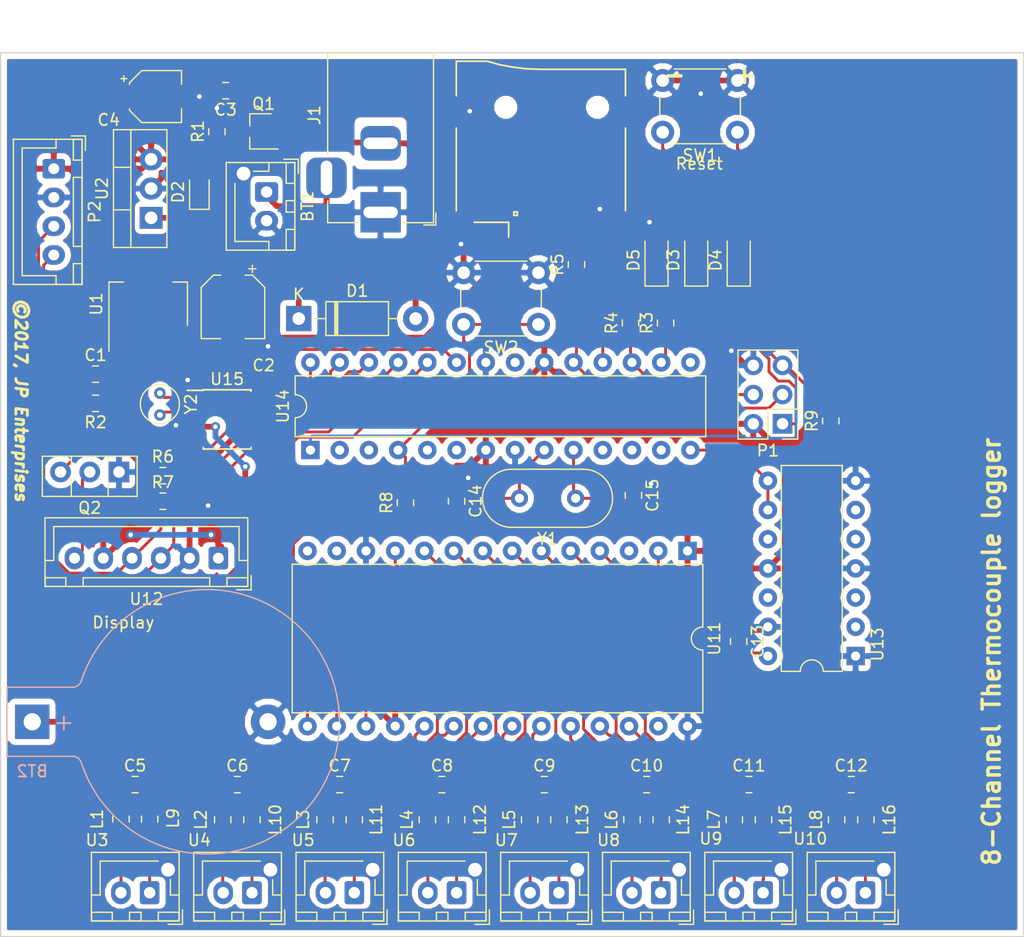
<source format=kicad_pcb>
(kicad_pcb (version 20171130) (host pcbnew "(5.0.2-4-gb601aea34)")
  (title_block (title "8-Channel Thermocouple datalogger") (date 2017-07-29) (rev ca9ed02408) (company "JP Enterprises"))
  (layers (0 F.Cu signal) (31 B.Cu signal) (34 B.Paste user) (35 F.Paste user) (36 B.SilkS user) (37 F.SilkS user) (38 B.Mask user) (39 F.Mask user) (44 Edge.Cuts user))
  (net 0 "")
  (net 1 GND)
  (net 2 "Net-(BT1-Pad1)")
  (net 3 "Net-(BT2-Pad1)")
  (net 4 5V0)
  (net 5 3V3)
  (net 6 9V0)
  (net 7 "/Thermocouple connectors/SB1")
  (net 8 "/Thermocouple connectors/SA1")
  (net 9 "/Thermocouple connectors/SA2")
  (net 10 "/Thermocouple connectors/SB2")
  (net 11 "/Thermocouple connectors/SB3")
  (net 12 "/Thermocouple connectors/SA3")
  (net 13 "/Thermocouple connectors/SA4")
  (net 14 "/Thermocouple connectors/SB4")
  (net 15 "/Thermocouple connectors/SB5")
  (net 16 "/Thermocouple connectors/SA5")
  (net 17 "/Thermocouple connectors/SA6")
  (net 18 "/Thermocouple connectors/SB6")
  (net 19 "/Thermocouple connectors/SB7")
  (net 20 "/Thermocouple connectors/SA7")
  (net 21 "/Thermocouple connectors/SA8")
  (net 22 "/Thermocouple connectors/SB8")
  (net 23 DB_MUX)
  (net 24 "Net-(C14-Pad2)")
  (net 25 "Net-(C15-Pad2)")
  (net 26 "Net-(D2-Pad2)")
  (net 27 "Net-(D3-Pad1)")
  (net 28 "Net-(D4-Pad1)")
  (net 29 "Net-(D5-Pad1)")
  (net 30 "Net-(L1-Pad2)")
  (net 31 "Net-(L2-Pad2)")
  (net 32 "Net-(L3-Pad2)")
  (net 33 "Net-(L4-Pad2)")
  (net 34 "Net-(L5-Pad2)")
  (net 35 "Net-(L6-Pad2)")
  (net 36 "Net-(L7-Pad2)")
  (net 37 "Net-(L8-Pad2)")
  (net 38 "Net-(L9-Pad1)")
  (net 39 "Net-(L10-Pad1)")
  (net 40 "Net-(L11-Pad1)")
  (net 41 "Net-(L12-Pad1)")
  (net 42 "Net-(L13-Pad1)")
  (net 43 "Net-(L14-Pad1)")
  (net 44 "Net-(L15-Pad1)")
  (net 45 "Net-(L16-Pad1)")
  (net 46 RESET)
  (net 47 MOSI)
  (net 48 SCK)
  (net 49 MISO)
  (net 50 SCL)
  (net 51 SDA)
  (net 52 "Net-(Q2-Pad3)")
  (net 53 "Net-(Q2-Pad2)")
  (net 54 B_LIGHT)
  (net 55 SS)
  (net 56 "Net-(R8-Pad2)")
  (net 57 SLCT0)
  (net 58 SLCT1)
  (net 59 SLCT2)
  (net 60 TEMP)
  (net 61 "Net-(U13-Pad6)")
  (net 62 "Net-(U13-Pad12)")
  (net 63 "Net-(U13-Pad5)")
  (net 64 "Net-(U13-Pad10)")
  (net 65 "Net-(U13-Pad3)")
  (net 66 "Net-(U13-Pad2)")
  (net 67 "Net-(U14-Pad15)")
  (net 68 "Net-(U14-Pad2)")
  (net 69 "Net-(U14-Pad3)")
  (net 70 "Net-(U14-Pad5)")
  (net 71 "Net-(U14-Pad6)")
  (net 72 "Net-(U14-Pad21)")
  (net 73 "Net-(U14-Pad11)")
  (net 74 "Net-(U14-Pad12)")
  (net 75 "Net-(U14-Pad13)")
  (net 76 "Net-(U15-Pad7)")
  (net 77 "Net-(XS1-Pad1)")
  (net 78 "Net-(XS1-Pad8)")
  (net 79 "Net-(XS1-Pad9)")
  (net 80 /Thermocouple_PSU/Supply)
  (net 81 "Net-(C17-Pad1)")
  (net 82 "Net-(C16-Pad1)")
  (module JP_Connectors:Conn_uSDcard (layer F.Cu) (at 140.927 77.13 180)
    (fp_text reference XS1)
    (fp_text value SD_ebay-uSD-push/push_SMD)
    (pad 6 smd rect (at 7.75 -0.4 180) (size 1.2 2.2) (layers F.Cu F.Paste F.Mask) (net 1 GND))
    (pad 6 smd rect (at -7.75 -0.4 180) (size 1.2 2.2) (layers F.Cu F.Paste F.Mask) (net 1 GND))
    (pad 6 smd rect (at 6.85 -10 180) (size 1.6 1.4) (layers F.Cu F.Paste F.Mask) (net 1 GND))
    (pad 6 smd rect (at -7.75 -10 180) (size 1.2 1.4) (layers F.Cu F.Paste F.Mask) (net 1 GND))
    (pad 9 smd rect (at -6.6 -10.5 180) (size 0.7 1.6) (layers F.Cu F.Paste F.Mask) (net 79 "Net-(XS1-Pad9)"))
    (pad 7 smd rect (at -4.4 -10.5 180) (size 0.7 1.6) (layers F.Cu F.Paste F.Mask) (net 49 MISO))
    (pad 8 smd rect (at -5.5 -10.5 180) (size 0.7 1.6) (layers F.Cu F.Paste F.Mask) (net 78 "Net-(XS1-Pad8)"))
    (pad 6 smd rect (at -3.3 -10.5 180) (size 0.7 1.6) (layers F.Cu F.Paste F.Mask) (net 1 GND))
    (pad 5 smd rect (at -2.2 -10.5 180) (size 0.7 1.6) (layers F.Cu F.Paste F.Mask) (net 29 "Net-(D5-Pad1)"))
    (pad 4 smd rect (at -1.1 -10.5 180) (size 0.7 1.6) (layers F.Cu F.Paste F.Mask) (net 5 3V3))
    (pad 1 smd rect (at 2.2 -10.5 180) (size 0.7 1.6) (layers F.Cu F.Paste F.Mask) (net 77 "Net-(XS1-Pad1)"))
    (pad 2 smd rect (at 1.1 -10.5 180) (size 0.7 1.6) (layers F.Cu F.Paste F.Mask) (net 28 "Net-(D4-Pad1)"))
    (pad "" np_thru_hole circle (at 3.05 0 180) (size 1 1) (drill 1) (layers *.Cu))
    (pad "" np_thru_hole circle (at -4.93 0 180) (size 1 1) (drill 1) (layers *.Cu))
    (pad 3 smd rect (at 0 -10.5 180) (size 0.7 1.6) (layers F.Cu F.Paste F.Mask) (net 27 "Net-(D3-Pad1)"))
  )
  (module Connector_BarrelJack:BarrelJack_Horizontal (layer F.Cu) (at 127 86.264 270)
    (fp_text reference J1 (at -8.45 5.75 270) (layer F.SilkS))
    (fp_text value Barrel_Jack)
    (pad 3 thru_hole roundrect (at -3 4.7 270) (size 3.5 3.5) (drill oval 3 1) (layers *.Cu *.Mask) (net 2 "Net-(BT1-Pad1)"))
    (pad 2 thru_hole roundrect (at -6 0 270) (size 3 3.5) (drill oval 1 3) (layers *.Cu *.Mask) (net 80 /Thermocouple_PSU/Supply))
    (pad 1 thru_hole rect (at 0 0 270) (size 3.5 3.5) (drill oval 1 3) (layers *.Cu *.Mask) (net 1 GND))
  )
  (module Package_SO:SOIC-8_3.9x4.9mm_P1.27mm (layer F.Cu) (at 113.665 104.267)
    (fp_text reference U15 (at 0 -3.5) (layer F.SilkS))
    (fp_text value DS1307+)
    (pad 8 smd rect (at 2.7 -1.905) (size 1.55 0.6) (layers F.Cu F.Paste F.Mask) (net 4 5V0))
    (pad 7 smd rect (at 2.7 -0.635) (size 1.55 0.6) (layers F.Cu F.Paste F.Mask) (net 76 "Net-(U15-Pad7)"))
    (pad 6 smd rect (at 2.7 0.635) (size 1.55 0.6) (layers F.Cu F.Paste F.Mask) (net 50 SCL))
    (pad 5 smd rect (at 2.7 1.905) (size 1.55 0.6) (layers F.Cu F.Paste F.Mask) (net 51 SDA))
    (pad 4 smd rect (at -2.7 1.905) (size 1.55 0.6) (layers F.Cu F.Paste F.Mask) (net 1 GND))
    (pad 3 smd rect (at -2.7 0.635) (size 1.55 0.6) (layers F.Cu F.Paste F.Mask) (net 3 "Net-(BT2-Pad1)"))
    (pad 2 smd rect (at -2.7 -0.635) (size 1.55 0.6) (layers F.Cu F.Paste F.Mask) (net 81 "Net-(C17-Pad1)"))
    (pad 1 smd rect (at -2.7 -1.905) (size 1.55 0.6) (layers F.Cu F.Paste F.Mask) (net 82 "Net-(C16-Pad1)"))
  )
  (module Battery:BatteryHolder_Keystone_103_1x20mm (layer B.Cu) (at 96.731 130.556)
    (fp_text reference BT2 (at 0 4.3) (layer B.SilkS) (effects (justify mirror)))
    (fp_text value Battery)
    (fp_text user + (at 2.75 0) (layer B.SilkS) (effects (font (size 1.5 1.5)) (justify mirror)))
    (pad 1 thru_hole rect (at 0 0) (size 3 3) (drill 1.5) (layers *.Cu *.Mask) (net 3 "Net-(BT2-Pad1)"))
    (pad 2 thru_hole circle (at 20.49 0) (size 3 3) (drill 1.5) (layers *.Cu *.Mask) (net 1 GND))
  )
  (module Package_TO_SOT_THT:TO-126-3_Vertical (layer F.Cu) (at 104.267 108.839 180)
    (fp_text reference Q2 (at 2.54 -3.12 180) (layer F.SilkS))
    (fp_text value BD139)
    (pad 3 thru_hole oval (at 5.08 0 180) (size 1.8 1.8) (drill 1) (layers *.Cu *.Mask) (net 52 "Net-(Q2-Pad3)"))
    (pad 2 thru_hole oval (at 2.54 0 180) (size 1.8 1.8) (drill 1) (layers *.Cu *.Mask) (net 53 "Net-(Q2-Pad2)"))
    (pad 1 thru_hole rect (at 0 0 180) (size 1.8 1.8) (drill 1) (layers *.Cu *.Mask) (net 1 GND))
  )
  (module Package_DIP:DIP-14_W7.62mm (layer F.Cu) (at 168.275 124.841 180)
    (fp_text reference U13 (at -1.905 1.016 270) (layer F.SilkS))
    (fp_text value AD595)
    (pad 14 thru_hole oval (at 7.62 0 180) (size 1.6 1.6) (drill 0.8) (layers *.Cu *.Mask) (net 23 DB_MUX))
    (pad 7 thru_hole oval (at 0 15.24 180) (size 1.6 1.6) (drill 0.8) (layers *.Cu *.Mask) (net 1 GND))
    (pad 13 thru_hole oval (at 7.62 2.54 180) (size 1.6 1.6) (drill 0.8) (layers *.Cu *.Mask) (net 1 GND))
    (pad 6 thru_hole oval (at 0 12.7 180) (size 1.6 1.6) (drill 0.8) (layers *.Cu *.Mask) (net 61 "Net-(U13-Pad6)"))
    (pad 12 thru_hole oval (at 7.62 5.08 180) (size 1.6 1.6) (drill 0.8) (layers *.Cu *.Mask) (net 62 "Net-(U13-Pad12)"))
    (pad 5 thru_hole oval (at 0 10.16 180) (size 1.6 1.6) (drill 0.8) (layers *.Cu *.Mask) (net 63 "Net-(U13-Pad5)"))
    (pad 11 thru_hole oval (at 7.62 7.62 180) (size 1.6 1.6) (drill 0.8) (layers *.Cu *.Mask) (net 4 5V0))
    (pad 4 thru_hole oval (at 0 7.62 180) (size 1.6 1.6) (drill 0.8) (layers *.Cu *.Mask) (net 1 GND))
    (pad 10 thru_hole oval (at 7.62 10.16 180) (size 1.6 1.6) (drill 0.8) (layers *.Cu *.Mask) (net 64 "Net-(U13-Pad10)"))
    (pad 3 thru_hole oval (at 0 5.08 180) (size 1.6 1.6) (drill 0.8) (layers *.Cu *.Mask) (net 65 "Net-(U13-Pad3)"))
    (pad 9 thru_hole oval (at 7.62 12.7 180) (size 1.6 1.6) (drill 0.8) (layers *.Cu *.Mask) (net 60 TEMP))
    (pad 2 thru_hole oval (at 0 2.54 180) (size 1.6 1.6) (drill 0.8) (layers *.Cu *.Mask) (net 66 "Net-(U13-Pad2)"))
    (pad 8 thru_hole oval (at 7.62 15.24 180) (size 1.6 1.6) (drill 0.8) (layers *.Cu *.Mask) (net 60 TEMP))
    (pad 1 thru_hole rect (at 0 0 180) (size 1.6 1.6) (drill 0.8) (layers *.Cu *.Mask) (net 1 GND))
  )
  (module Diode_THT:D_DO-41_SOD81_P10.16mm_Horizontal (layer F.Cu) (at 119.888 95.504)
    (fp_text reference D1 (at 5.08 -2.41) (layer F.SilkS))
    (fp_text value 1N4007)
    (fp_text user K (at 0 -2.1) (layer F.SilkS))
    (pad 2 thru_hole oval (at 10.16 0) (size 2.2 2.2) (drill 1.1) (layers *.Cu *.Mask) (net 80 /Thermocouple_PSU/Supply))
    (pad 1 thru_hole rect (at 0 0) (size 2.2 2.2) (drill 1.1) (layers *.Cu *.Mask) (net 6 9V0))
  )
  (module Button_Switch_THT:SW_PUSH_6mm_H5mm (layer F.Cu) (at 140.716 96.012 180)
    (fp_text reference SW2 (at 3.25 -2 180) (layer F.SilkS))
    (fp_text value SW_Push)
    (pad 1 thru_hole circle (at 6.5 0 270) (size 2 2) (drill 1.1) (layers *.Cu *.Mask) (net 56 "Net-(R8-Pad2)"))
    (pad 2 thru_hole circle (at 6.5 4.5 270) (size 2 2) (drill 1.1) (layers *.Cu *.Mask) (net 1 GND))
    (pad 1 thru_hole circle (at 0 0 270) (size 2 2) (drill 1.1) (layers *.Cu *.Mask) (net 56 "Net-(R8-Pad2)"))
    (pad 2 thru_hole circle (at 0 4.5 270) (size 2 2) (drill 1.1) (layers *.Cu *.Mask) (net 1 GND))
  )
  (module Button_Switch_THT:SW_PUSH_6mm_H5mm (layer F.Cu) (at 158.011 79.303 180)
    (fp_text reference SW1 (at 3.25 -2 180) (layer F.SilkS))
    (fp_text value SW_Push)
    (pad 1 thru_hole circle (at 6.5 0 270) (size 2 2) (drill 1.1) (layers *.Cu *.Mask) (net 46 RESET))
    (pad 2 thru_hole circle (at 6.5 4.5 270) (size 2 2) (drill 1.1) (layers *.Cu *.Mask) (net 1 GND))
    (pad 1 thru_hole circle (at 0 0 270) (size 2 2) (drill 1.1) (layers *.Cu *.Mask) (net 46 RESET))
    (pad 2 thru_hole circle (at 0 4.5 270) (size 2 2) (drill 1.1) (layers *.Cu *.Mask) (net 1 GND))
  )
  (module Connector_PinHeader_2.54mm:PinHeader_2x03_P2.54mm_Vertical (layer F.Cu) (at 161.925 104.648 180)
    (fp_text reference P1 (at 1.27 -2.33 180) (layer F.SilkS))
    (fp_text value CONN_02X03)
    (pad 6 thru_hole oval (at 2.54 5.08 180) (size 1.7 1.7) (drill 1) (layers *.Cu *.Mask) (net 1 GND))
    (pad 5 thru_hole oval (at 0 5.08 180) (size 1.7 1.7) (drill 1) (layers *.Cu *.Mask) (net 46 RESET))
    (pad 4 thru_hole oval (at 2.54 2.54 180) (size 1.7 1.7) (drill 1) (layers *.Cu *.Mask) (net 47 MOSI))
    (pad 3 thru_hole oval (at 0 2.54 180) (size 1.7 1.7) (drill 1) (layers *.Cu *.Mask) (net 48 SCK))
    (pad 2 thru_hole oval (at 2.54 0 180) (size 1.7 1.7) (drill 1) (layers *.Cu *.Mask) (net 4 5V0))
    (pad 1 thru_hole rect (at 0 0 180) (size 1.7 1.7) (drill 1) (layers *.Cu *.Mask) (net 49 MISO))
  )
  (module Connector_JST:JST_XH_B06B-XH-A_1x06_P2.50mm_Vertical (layer F.Cu) (at 112.903 116.332 180)
    (fp_text reference U12 (at 6.25 -3.55 180) (layer F.SilkS))
    (fp_text value I2C_20x4_DISPLAY)
    (pad 6 thru_hole oval (at 12.5 0 180) (size 1.7 1.95) (drill 0.95) (layers *.Cu *.Mask) (net 53 "Net-(Q2-Pad2)"))
    (pad 5 thru_hole oval (at 10 0 180) (size 1.7 1.95) (drill 0.95) (layers *.Cu *.Mask) (net 4 5V0))
    (pad 4 thru_hole oval (at 7.5 0 180) (size 1.7 1.95) (drill 0.95) (layers *.Cu *.Mask) (net 50 SCL))
    (pad 3 thru_hole oval (at 5 0 180) (size 1.7 1.95) (drill 0.95) (layers *.Cu *.Mask) (net 51 SDA))
    (pad 2 thru_hole oval (at 2.5 0 180) (size 1.7 1.95) (drill 0.95) (layers *.Cu *.Mask) (net 1 GND))
    (pad 1 thru_hole roundrect (at 0 0 180) (size 1.7 1.95) (drill 0.95) (layers *.Cu *.Mask) (roundrect_rratio 0.147059) (net 4 5V0))
  )
  (module Package_TO_SOT_SMD:SOT-223 (layer F.Cu) (at 106.807 94.234 90)
    (fp_text reference U1 (at 0 -4.5 90) (layer F.SilkS))
    (fp_text value LM3940)
    (pad 1 smd rect (at -3.15 -2.3 90) (size 2 1.5) (layers F.Cu F.Paste F.Mask) (net 4 5V0))
    (pad 3 smd rect (at -3.15 2.3 90) (size 2 1.5) (layers F.Cu F.Paste F.Mask) (net 5 3V3))
    (pad 2 smd rect (at -3.15 0 90) (size 2 1.5) (layers F.Cu F.Paste F.Mask) (net 1 GND))
    (pad 4 smd rect (at 3.15 0 90) (size 2 3.8) (layers F.Cu F.Paste F.Mask))
  )
  (module Capacitor_SMD:CP_Elec_5x5.3 (layer F.Cu) (at 114.173 94.488 270)
    (fp_text reference C2 (at 5.08 -2.667 180) (layer F.SilkS))
    (fp_text value 47uF)
    (pad 2 smd roundrect (at 2.2 0 270) (size 3 1.6) (layers F.Cu F.Paste F.Mask) (roundrect_rratio 0.15625) (net 1 GND))
    (pad 1 smd roundrect (at -2.2 0 270) (size 3 1.6) (layers F.Cu F.Paste F.Mask) (roundrect_rratio 0.15625) (net 5 3V3))
  )
  (module Package_TO_SOT_THT:TO-220-3_Vertical (layer F.Cu) (at 107.061 86.741 90)
    (fp_text reference U2 (at 2.54 -4.27 90) (layer F.SilkS))
    (fp_text value 7805)
    (pad 3 thru_hole oval (at 5.08 0 90) (size 1.905 2) (drill 1.1) (layers *.Cu *.Mask) (net 4 5V0))
    (pad 2 thru_hole oval (at 2.54 0 90) (size 1.905 2) (drill 1.1) (layers *.Cu *.Mask) (net 1 GND))
    (pad 1 thru_hole rect (at 0 0 90) (size 1.905 2) (drill 1.1) (layers *.Cu *.Mask) (net 6 9V0))
  )
  (module Package_TO_SOT_SMD:TSOT-23 (layer F.Cu) (at 116.586 79.248 180)
    (fp_text reference Q1 (at -0.254 2.413 180) (layer F.SilkS))
    (fp_text value BS250)
    (pad 3 smd rect (at 1.31 0 180) (size 1.22 0.65) (layers F.Cu F.Paste F.Mask) (net 6 9V0))
    (pad 2 smd rect (at -1.31 0.95 180) (size 1.22 0.65) (layers F.Cu F.Paste F.Mask) (net 26 "Net-(D2-Pad2)"))
    (pad 1 smd rect (at -1.31 -0.95 180) (size 1.22 0.65) (layers F.Cu F.Paste F.Mask) (net 80 /Thermocouple_PSU/Supply))
  )
  (module Connector_JST:JST_XH_B02B-XH-AM_1x02_P2.50mm_Vertical (layer F.Cu) (at 106.934 145.415 180)
    (fp_text reference U3 (at 4.572 4.572 180) (layer F.SilkS))
    (fp_text value TC_Connector)
    (pad "" np_thru_hole circle (at -1.6 2 180) (size 1.2 1.2) (drill 1.2) (layers *.Cu *.Mask))
    (pad 2 thru_hole oval (at 2.5 0 180) (size 1.7 2) (drill 1) (layers *.Cu *.Mask) (net 30 "Net-(L1-Pad2)"))
    (pad 1 thru_hole roundrect (at 0 0 180) (size 1.7 2) (drill 1) (layers *.Cu *.Mask) (roundrect_rratio 0.147059) (net 38 "Net-(L9-Pad1)"))
  )
  (module Connector_JST:JST_XH_B02B-XH-AM_1x02_P2.50mm_Vertical (layer F.Cu) (at 115.824 145.415 180)
    (fp_text reference U4 (at 4.572 4.572 180) (layer F.SilkS))
    (fp_text value TC_Connector)
    (pad "" np_thru_hole circle (at -1.6 2 180) (size 1.2 1.2) (drill 1.2) (layers *.Cu *.Mask))
    (pad 2 thru_hole oval (at 2.5 0 180) (size 1.7 2) (drill 1) (layers *.Cu *.Mask) (net 31 "Net-(L2-Pad2)"))
    (pad 1 thru_hole roundrect (at 0 0 180) (size 1.7 2) (drill 1) (layers *.Cu *.Mask) (roundrect_rratio 0.147059) (net 39 "Net-(L10-Pad1)"))
  )
  (module Connector_JST:JST_XH_B02B-XH-AM_1x02_P2.50mm_Vertical (layer F.Cu) (at 124.714 145.415 180)
    (fp_text reference U5 (at 4.445 4.572 180) (layer F.SilkS))
    (fp_text value TC_Connector)
    (pad "" np_thru_hole circle (at -1.6 2 180) (size 1.2 1.2) (drill 1.2) (layers *.Cu *.Mask))
    (pad 2 thru_hole oval (at 2.5 0 180) (size 1.7 2) (drill 1) (layers *.Cu *.Mask) (net 32 "Net-(L3-Pad2)"))
    (pad 1 thru_hole roundrect (at 0 0 180) (size 1.7 2) (drill 1) (layers *.Cu *.Mask) (roundrect_rratio 0.147059) (net 40 "Net-(L11-Pad1)"))
  )
  (module Connector_JST:JST_XH_B02B-XH-AM_1x02_P2.50mm_Vertical (layer F.Cu) (at 133.604 145.415 180)
    (fp_text reference U6 (at 4.572 4.572 180) (layer F.SilkS))
    (fp_text value TC_Connector)
    (pad "" np_thru_hole circle (at -1.6 2 180) (size 1.2 1.2) (drill 1.2) (layers *.Cu *.Mask))
    (pad 2 thru_hole oval (at 2.5 0 180) (size 1.7 2) (drill 1) (layers *.Cu *.Mask) (net 33 "Net-(L4-Pad2)"))
    (pad 1 thru_hole roundrect (at 0 0 180) (size 1.7 2) (drill 1) (layers *.Cu *.Mask) (roundrect_rratio 0.147059) (net 41 "Net-(L12-Pad1)"))
  )
  (module Connector_JST:JST_XH_B02B-XH-AM_1x02_P2.50mm_Vertical (layer F.Cu) (at 142.494 145.415 180)
    (fp_text reference U7 (at 4.572 4.572 180) (layer F.SilkS))
    (fp_text value TC_Connector)
    (pad "" np_thru_hole circle (at -1.6 2 180) (size 1.2 1.2) (drill 1.2) (layers *.Cu *.Mask))
    (pad 2 thru_hole oval (at 2.5 0 180) (size 1.7 2) (drill 1) (layers *.Cu *.Mask) (net 34 "Net-(L5-Pad2)"))
    (pad 1 thru_hole roundrect (at 0 0 180) (size 1.7 2) (drill 1) (layers *.Cu *.Mask) (roundrect_rratio 0.147059) (net 42 "Net-(L13-Pad1)"))
  )
  (module Connector_JST:JST_XH_B02B-XH-AM_1x02_P2.50mm_Vertical (layer F.Cu) (at 151.344 145.415 180)
    (fp_text reference U8 (at 4.532 4.572 180) (layer F.SilkS))
    (fp_text value TC_Connector)
    (pad "" np_thru_hole circle (at -1.6 2 180) (size 1.2 1.2) (drill 1.2) (layers *.Cu *.Mask))
    (pad 2 thru_hole oval (at 2.5 0 180) (size 1.7 2) (drill 1) (layers *.Cu *.Mask) (net 35 "Net-(L6-Pad2)"))
    (pad 1 thru_hole roundrect (at 0 0 180) (size 1.7 2) (drill 1) (layers *.Cu *.Mask) (roundrect_rratio 0.147059) (net 43 "Net-(L14-Pad1)"))
  )
  (module Connector_JST:JST_XH_B02B-XH-AM_1x02_P2.50mm_Vertical (layer F.Cu) (at 160.234 145.415 180)
    (fp_text reference U9 (at 4.532 4.699 180) (layer F.SilkS))
    (fp_text value TC_Connector)
    (pad "" np_thru_hole circle (at -1.6 2 180) (size 1.2 1.2) (drill 1.2) (layers *.Cu *.Mask))
    (pad 2 thru_hole oval (at 2.5 0 180) (size 1.7 2) (drill 1) (layers *.Cu *.Mask) (net 36 "Net-(L7-Pad2)"))
    (pad 1 thru_hole roundrect (at 0 0 180) (size 1.7 2) (drill 1) (layers *.Cu *.Mask) (roundrect_rratio 0.147059) (net 44 "Net-(L15-Pad1)"))
  )
  (module Connector_JST:JST_XH_B02B-XH-AM_1x02_P2.50mm_Vertical (layer F.Cu) (at 169.124 145.415 180)
    (fp_text reference U10 (at 4.786 4.699 180) (layer F.SilkS))
    (fp_text value TC_Connector)
    (pad "" np_thru_hole circle (at -1.6 2 180) (size 1.2 1.2) (drill 1.2) (layers *.Cu *.Mask))
    (pad 2 thru_hole oval (at 2.5 0 180) (size 1.7 2) (drill 1) (layers *.Cu *.Mask) (net 37 "Net-(L8-Pad2)"))
    (pad 1 thru_hole roundrect (at 0 0 180) (size 1.7 2) (drill 1) (layers *.Cu *.Mask) (roundrect_rratio 0.147059) (net 45 "Net-(L16-Pad1)"))
  )
  (module Connector_JST:JST_XH_B02B-XH-AM_1x02_P2.50mm_Vertical (layer F.Cu) (at 117.094 84.495 270)
    (fp_text reference BT1 (at 1.25 -3.55 270) (layer F.SilkS))
    (fp_text value 9V)
    (pad "" np_thru_hole circle (at -1.6 2 270) (size 1.2 1.2) (drill 1.2) (layers *.Cu *.Mask))
    (pad 2 thru_hole oval (at 2.5 0 270) (size 1.7 2) (drill 1) (layers *.Cu *.Mask) (net 1 GND))
    (pad 1 thru_hole roundrect (at 0 0 270) (size 1.7 2) (drill 1) (layers *.Cu *.Mask) (roundrect_rratio 0.147059) (net 2 "Net-(BT1-Pad1)"))
  )
  (module Crystal:Crystal_Round_D3.0mm_Vertical (layer F.Cu) (at 107.823 101.986 270)
    (fp_text reference Y2 (at 0.95 -2.7 270) (layer F.SilkS))
    (fp_text value 32.768kHz)
    (pad 2 thru_hole circle (at 1.9 0 270) (size 1 1) (drill 0.5) (layers *.Cu *.Mask) (net 81 "Net-(C17-Pad1)"))
    (pad 1 thru_hole circle (at 0 0 270) (size 1 1) (drill 0.5) (layers *.Cu *.Mask) (net 82 "Net-(C16-Pad1)"))
  )
  (module Package_DIP:DIP-28_W7.62mm (layer F.Cu) (at 120.904 106.934 90)
    (fp_text reference U14 (at 3.81 -2.39 90) (layer F.SilkS))
    (fp_text value ATMEGA328P-PU)
    (pad 28 thru_hole oval (at 7.62 0 90) (size 1.6 1.6) (drill 0.8) (layers *.Cu *.Mask) (net 50 SCL))
    (pad 14 thru_hole oval (at 0 33.02 90) (size 1.6 1.6) (drill 0.8) (layers *.Cu *.Mask) (net 60 TEMP))
    (pad 27 thru_hole oval (at 7.62 2.54 90) (size 1.6 1.6) (drill 0.8) (layers *.Cu *.Mask) (net 51 SDA))
    (pad 13 thru_hole oval (at 0 30.48 90) (size 1.6 1.6) (drill 0.8) (layers *.Cu *.Mask) (net 75 "Net-(U14-Pad13)"))
    (pad 26 thru_hole oval (at 7.62 5.08 90) (size 1.6 1.6) (drill 0.8) (layers *.Cu *.Mask) (net 59 SLCT2))
    (pad 12 thru_hole oval (at 0 27.94 90) (size 1.6 1.6) (drill 0.8) (layers *.Cu *.Mask) (net 74 "Net-(U14-Pad12)"))
    (pad 25 thru_hole oval (at 7.62 7.62 90) (size 1.6 1.6) (drill 0.8) (layers *.Cu *.Mask) (net 58 SLCT1))
    (pad 11 thru_hole oval (at 0 25.4 90) (size 1.6 1.6) (drill 0.8) (layers *.Cu *.Mask) (net 73 "Net-(U14-Pad11)"))
    (pad 24 thru_hole oval (at 7.62 10.16 90) (size 1.6 1.6) (drill 0.8) (layers *.Cu *.Mask) (net 57 SLCT0))
    (pad 10 thru_hole oval (at 0 22.86 90) (size 1.6 1.6) (drill 0.8) (layers *.Cu *.Mask) (net 25 "Net-(C15-Pad2)"))
    (pad 23 thru_hole oval (at 7.62 12.7 90) (size 1.6 1.6) (drill 0.8) (layers *.Cu *.Mask) (net 54 B_LIGHT))
    (pad 9 thru_hole oval (at 0 20.32 90) (size 1.6 1.6) (drill 0.8) (layers *.Cu *.Mask) (net 24 "Net-(C14-Pad2)"))
    (pad 22 thru_hole oval (at 7.62 15.24 90) (size 1.6 1.6) (drill 0.8) (layers *.Cu *.Mask) (net 1 GND))
    (pad 8 thru_hole oval (at 0 17.78 90) (size 1.6 1.6) (drill 0.8) (layers *.Cu *.Mask) (net 1 GND))
    (pad 21 thru_hole oval (at 7.62 17.78 90) (size 1.6 1.6) (drill 0.8) (layers *.Cu *.Mask) (net 72 "Net-(U14-Pad21)"))
    (pad 7 thru_hole oval (at 0 15.24 90) (size 1.6 1.6) (drill 0.8) (layers *.Cu *.Mask) (net 4 5V0))
    (pad 20 thru_hole oval (at 7.62 20.32 90) (size 1.6 1.6) (drill 0.8) (layers *.Cu *.Mask) (net 4 5V0))
    (pad 6 thru_hole oval (at 0 12.7 90) (size 1.6 1.6) (drill 0.8) (layers *.Cu *.Mask) (net 71 "Net-(U14-Pad6)"))
    (pad 19 thru_hole oval (at 7.62 22.86 90) (size 1.6 1.6) (drill 0.8) (layers *.Cu *.Mask) (net 48 SCK))
    (pad 5 thru_hole oval (at 0 10.16 90) (size 1.6 1.6) (drill 0.8) (layers *.Cu *.Mask) (net 70 "Net-(U14-Pad5)"))
    (pad 18 thru_hole oval (at 7.62 25.4 90) (size 1.6 1.6) (drill 0.8) (layers *.Cu *.Mask) (net 49 MISO))
    (pad 4 thru_hole oval (at 0 7.62 90) (size 1.6 1.6) (drill 0.8) (layers *.Cu *.Mask) (net 56 "Net-(R8-Pad2)"))
    (pad 17 thru_hole oval (at 7.62 27.94 90) (size 1.6 1.6) (drill 0.8) (layers *.Cu *.Mask) (net 47 MOSI))
    (pad 3 thru_hole oval (at 0 5.08 90) (size 1.6 1.6) (drill 0.8) (layers *.Cu *.Mask) (net 69 "Net-(U14-Pad3)"))
    (pad 16 thru_hole oval (at 7.62 30.48 90) (size 1.6 1.6) (drill 0.8) (layers *.Cu *.Mask) (net 55 SS))
    (pad 2 thru_hole oval (at 0 2.54 90) (size 1.6 1.6) (drill 0.8) (layers *.Cu *.Mask) (net 68 "Net-(U14-Pad2)"))
    (pad 15 thru_hole oval (at 7.62 33.02 90) (size 1.6 1.6) (drill 0.8) (layers *.Cu *.Mask) (net 67 "Net-(U14-Pad15)"))
    (pad 1 thru_hole rect (at 0 0 90) (size 1.6 1.6) (drill 0.8) (layers *.Cu *.Mask) (net 46 RESET))
  )
  (module Package_DIP:DIP-28_W15.24mm (layer F.Cu) (at 153.67 115.697 270)
    (fp_text reference U11 (at 7.62 -2.33 270) (layer F.SilkS))
    (fp_text value ADG407)
    (pad 28 thru_hole oval (at 15.24 0 270) (size 1.6 1.6) (drill 0.8) (layers *.Cu *.Mask) (net 1 GND))
    (pad 14 thru_hole oval (at 0 33.02 270) (size 1.6 1.6) (drill 0.8) (layers *.Cu *.Mask))
    (pad 27 thru_hole oval (at 15.24 2.54 270) (size 1.6 1.6) (drill 0.8) (layers *.Cu *.Mask))
    (pad 13 thru_hole oval (at 0 30.48 270) (size 1.6 1.6) (drill 0.8) (layers *.Cu *.Mask))
    (pad 26 thru_hole oval (at 15.24 5.08 270) (size 1.6 1.6) (drill 0.8) (layers *.Cu *.Mask) (net 21 "/Thermocouple connectors/SA8"))
    (pad 12 thru_hole oval (at 0 27.94 270) (size 1.6 1.6) (drill 0.8) (layers *.Cu *.Mask) (net 1 GND))
    (pad 25 thru_hole oval (at 15.24 7.62 270) (size 1.6 1.6) (drill 0.8) (layers *.Cu *.Mask) (net 20 "/Thermocouple connectors/SA7"))
    (pad 11 thru_hole oval (at 0 25.4 270) (size 1.6 1.6) (drill 0.8) (layers *.Cu *.Mask) (net 7 "/Thermocouple connectors/SB1"))
    (pad 24 thru_hole oval (at 15.24 10.16 270) (size 1.6 1.6) (drill 0.8) (layers *.Cu *.Mask) (net 17 "/Thermocouple connectors/SA6"))
    (pad 10 thru_hole oval (at 0 22.86 270) (size 1.6 1.6) (drill 0.8) (layers *.Cu *.Mask) (net 10 "/Thermocouple connectors/SB2"))
    (pad 23 thru_hole oval (at 15.24 12.7 270) (size 1.6 1.6) (drill 0.8) (layers *.Cu *.Mask) (net 16 "/Thermocouple connectors/SA5"))
    (pad 9 thru_hole oval (at 0 20.32 270) (size 1.6 1.6) (drill 0.8) (layers *.Cu *.Mask) (net 11 "/Thermocouple connectors/SB3"))
    (pad 22 thru_hole oval (at 15.24 15.24 270) (size 1.6 1.6) (drill 0.8) (layers *.Cu *.Mask) (net 13 "/Thermocouple connectors/SA4"))
    (pad 8 thru_hole oval (at 0 17.78 270) (size 1.6 1.6) (drill 0.8) (layers *.Cu *.Mask) (net 14 "/Thermocouple connectors/SB4"))
    (pad 21 thru_hole oval (at 15.24 17.78 270) (size 1.6 1.6) (drill 0.8) (layers *.Cu *.Mask) (net 12 "/Thermocouple connectors/SA3"))
    (pad 7 thru_hole oval (at 0 15.24 270) (size 1.6 1.6) (drill 0.8) (layers *.Cu *.Mask) (net 15 "/Thermocouple connectors/SB5"))
    (pad 20 thru_hole oval (at 15.24 20.32 270) (size 1.6 1.6) (drill 0.8) (layers *.Cu *.Mask) (net 9 "/Thermocouple connectors/SA2"))
    (pad 6 thru_hole oval (at 0 12.7 270) (size 1.6 1.6) (drill 0.8) (layers *.Cu *.Mask) (net 18 "/Thermocouple connectors/SB6"))
    (pad 19 thru_hole oval (at 15.24 22.86 270) (size 1.6 1.6) (drill 0.8) (layers *.Cu *.Mask) (net 8 "/Thermocouple connectors/SA1"))
    (pad 5 thru_hole oval (at 0 10.16 270) (size 1.6 1.6) (drill 0.8) (layers *.Cu *.Mask) (net 19 "/Thermocouple connectors/SB7"))
    (pad 18 thru_hole oval (at 15.24 25.4 270) (size 1.6 1.6) (drill 0.8) (layers *.Cu *.Mask) (net 4 5V0))
    (pad 4 thru_hole oval (at 0 7.62 270) (size 1.6 1.6) (drill 0.8) (layers *.Cu *.Mask) (net 22 "/Thermocouple connectors/SB8"))
    (pad 17 thru_hole oval (at 15.24 27.94 270) (size 1.6 1.6) (drill 0.8) (layers *.Cu *.Mask) (net 57 SLCT0))
    (pad 3 thru_hole oval (at 0 5.08 270) (size 1.6 1.6) (drill 0.8) (layers *.Cu *.Mask))
    (pad 16 thru_hole oval (at 15.24 30.48 270) (size 1.6 1.6) (drill 0.8) (layers *.Cu *.Mask) (net 58 SLCT1))
    (pad 2 thru_hole oval (at 0 2.54 270) (size 1.6 1.6) (drill 0.8) (layers *.Cu *.Mask) (net 23 DB_MUX))
    (pad 15 thru_hole oval (at 15.24 33.02 270) (size 1.6 1.6) (drill 0.8) (layers *.Cu *.Mask) (net 59 SLCT2))
    (pad 1 thru_hole rect (at 0 0 270) (size 1.6 1.6) (drill 0.8) (layers *.Cu *.Mask) (net 4 5V0))
  )
  (module Crystal:Crystal_HC49-U_Vertical (layer F.Cu) (at 143.945 111.125 180)
    (fp_text reference Y1 (at 2.44 -3.525 180) (layer F.SilkS))
    (fp_text value 16MHz)
    (pad 2 thru_hole circle (at 4.88 0 180) (size 1.5 1.5) (drill 0.8) (layers *.Cu *.Mask) (net 24 "Net-(C14-Pad2)"))
    (pad 1 thru_hole circle (at 0 0 180) (size 1.5 1.5) (drill 0.8) (layers *.Cu *.Mask) (net 25 "Net-(C15-Pad2)"))
  )
  (module Diode_SMD:D_SOD-323 (layer F.Cu) (at 111.252 84.502 90)
    (fp_text reference D2 (at 0 -1.85 90) (layer F.SilkS))
    (fp_text value 9V)
    (pad 2 smd rect (at 1.05 0 90) (size 0.6 0.45) (layers F.Cu F.Paste F.Mask) (net 26 "Net-(D2-Pad2)"))
    (pad 1 smd rect (at -1.05 0 90) (size 0.6 0.45) (layers F.Cu F.Paste F.Mask) (net 6 9V0))
  )
  (module Diode_SMD:D_SOD-123 (layer F.Cu) (at 158.115 90.424 90)
    (fp_text reference D4 (at 0 -2 90) (layer F.SilkS))
    (fp_text value 3.3V)
    (pad 2 smd rect (at 1.65 0 90) (size 0.9 1.2) (layers F.Cu F.Paste F.Mask) (net 1 GND))
    (pad 1 smd rect (at -1.65 0 90) (size 0.9 1.2) (layers F.Cu F.Paste F.Mask) (net 28 "Net-(D4-Pad1)"))
  )
  (module Diode_SMD:D_SOD-123 (layer F.Cu) (at 154.432 90.424 90)
    (fp_text reference D3 (at 0 -2 90) (layer F.SilkS))
    (fp_text value 3.3V)
    (pad 2 smd rect (at 1.65 0 90) (size 0.9 1.2) (layers F.Cu F.Paste F.Mask) (net 1 GND))
    (pad 1 smd rect (at -1.65 0 90) (size 0.9 1.2) (layers F.Cu F.Paste F.Mask) (net 27 "Net-(D3-Pad1)"))
  )
  (module Diode_SMD:D_SOD-123 (layer F.Cu) (at 150.9776 90.424 90)
    (fp_text reference D5 (at 0 -2 90) (layer F.SilkS))
    (fp_text value 3.3V)
    (pad 2 smd rect (at 1.65 0 90) (size 0.9 1.2) (layers F.Cu F.Paste F.Mask) (net 1 GND))
    (pad 1 smd rect (at -1.65 0 90) (size 0.9 1.2) (layers F.Cu F.Paste F.Mask) (net 29 "Net-(D5-Pad1)"))
  )
  (module Resistor_SMD:R_0805_2012Metric (layer F.Cu) (at 108.077 111.379)
    (fp_text reference R7 (at 0 -1.65) (layer F.SilkS))
    (fp_text value 5.1K)
    (pad 2 smd roundrect (at 0.9375 0) (size 0.975 1.4) (layers F.Cu F.Paste F.Mask) (net 51 SDA))
    (pad 1 smd roundrect (at -0.9375 0) (size 0.975 1.4) (layers F.Cu F.Paste F.Mask) (net 4 5V0))
  )
  (module Resistor_SMD:R_0805_2012Metric (layer F.Cu) (at 108.077 109.1565)
    (fp_text reference R6 (at 0 -1.65) (layer F.SilkS))
    (fp_text value 5.1K)
    (pad 2 smd roundrect (at 0.9375 0) (size 0.975 1.4) (layers F.Cu F.Paste F.Mask) (net 50 SCL))
    (pad 1 smd roundrect (at -0.9375 0) (size 0.975 1.4) (layers F.Cu F.Paste F.Mask) (net 4 5V0))
  )
  (module Resistor_SMD:R_0805_2012Metric (layer F.Cu) (at 129.159 111.506 90)
    (fp_text reference R8 (at 0 -1.65 90) (layer F.SilkS))
    (fp_text value 10K)
    (pad 2 smd roundrect (at 0.9375 0 90) (size 0.975 1.4) (layers F.Cu F.Paste F.Mask) (net 56 "Net-(R8-Pad2)"))
    (pad 1 smd roundrect (at -0.9375 0 90) (size 0.975 1.4) (layers F.Cu F.Paste F.Mask) (net 4 5V0))
  )
  (module Resistor_SMD:R_0805_2012Metric (layer F.Cu) (at 112.776 79.248 90)
    (fp_text reference R1 (at 0 -1.65 90) (layer F.SilkS))
    (fp_text value 10K)
    (pad 2 smd roundrect (at 0.9375 0 90) (size 0.975 1.4) (layers F.Cu F.Paste F.Mask) (net 1 GND))
    (pad 1 smd roundrect (at -0.9375 0 90) (size 0.975 1.4) (layers F.Cu F.Paste F.Mask) (net 26 "Net-(D2-Pad2)"))
  )
  (module Resistor_SMD:R_0805_2012Metric (layer F.Cu) (at 148.717 95.885 90)
    (fp_text reference R4 (at 0 -1.65 90) (layer F.SilkS))
    (fp_text value 220R)
    (pad 2 smd roundrect (at 0.9375 0 90) (size 0.975 1.4) (layers F.Cu F.Paste F.Mask) (net 27 "Net-(D3-Pad1)"))
    (pad 1 smd roundrect (at -0.9375 0 90) (size 0.975 1.4) (layers F.Cu F.Paste F.Mask) (net 47 MOSI))
  )
  (module Resistor_SMD:R_0805_2012Metric (layer F.Cu) (at 144.018 90.805 90)
    (fp_text reference R5 (at 0 -1.65 90) (layer F.SilkS))
    (fp_text value 220R)
    (pad 2 smd roundrect (at 0.9375 0 90) (size 0.975 1.4) (layers F.Cu F.Paste F.Mask) (net 29 "Net-(D5-Pad1)"))
    (pad 1 smd roundrect (at -0.9375 0 90) (size 0.975 1.4) (layers F.Cu F.Paste F.Mask) (net 48 SCK))
  )
  (module Resistor_SMD:R_0805_2012Metric (layer F.Cu) (at 151.765 95.885 90)
    (fp_text reference R3 (at 0 -1.65 90) (layer F.SilkS))
    (fp_text value 220R)
    (pad 2 smd roundrect (at 0.9375 0 90) (size 0.975 1.4) (layers F.Cu F.Paste F.Mask) (net 28 "Net-(D4-Pad1)"))
    (pad 1 smd roundrect (at -0.9375 0 90) (size 0.975 1.4) (layers F.Cu F.Paste F.Mask) (net 55 SS))
  )
  (module Resistor_SMD:R_0805_2012Metric (layer F.Cu) (at 102.235 102.87 180)
    (fp_text reference R2 (at 0 -1.65 180) (layer F.SilkS))
    (fp_text value 10K)
    (pad 2 smd roundrect (at 0.9375 0 180) (size 0.975 1.4) (layers F.Cu F.Paste F.Mask) (net 52 "Net-(Q2-Pad3)"))
    (pad 1 smd roundrect (at -0.9375 0 180) (size 0.975 1.4) (layers F.Cu F.Paste F.Mask) (net 54 B_LIGHT))
  )
  (module Inductor_SMD:L_0805_2012Metric (layer F.Cu) (at 142.494 139.065 90)
    (fp_text reference L13 (at 0 2.032 90) (layer F.SilkS))
    (fp_text value 150)
    (pad 2 smd roundrect (at 0.9375 0 90) (size 0.975 1.4) (layers F.Cu F.Paste F.Mask) (net 15 "/Thermocouple connectors/SB5"))
    (pad 1 smd roundrect (at -0.9375 0 90) (size 0.975 1.4) (layers F.Cu F.Paste F.Mask) (net 42 "Net-(L13-Pad1)"))
  )
  (module Inductor_SMD:L_0805_2012Metric (layer F.Cu) (at 157.734 139.065 270)
    (fp_text reference L7 (at 0 1.778 270) (layer F.SilkS))
    (fp_text value 150)
    (pad 2 smd roundrect (at 0.9375 0 270) (size 0.975 1.4) (layers F.Cu F.Paste F.Mask) (net 36 "Net-(L7-Pad2)"))
    (pad 1 smd roundrect (at -0.9375 0 270) (size 0.975 1.4) (layers F.Cu F.Paste F.Mask) (net 20 "/Thermocouple connectors/SA7"))
  )
  (module Inductor_SMD:L_0805_2012Metric (layer F.Cu) (at 106.934 139.0142 90)
    (fp_text reference L9 (at 0.0762 2.032 90) (layer F.SilkS))
    (fp_text value 150)
    (pad 2 smd roundrect (at 0.9375 0 90) (size 0.975 1.4) (layers F.Cu F.Paste F.Mask) (net 7 "/Thermocouple connectors/SB1"))
    (pad 1 smd roundrect (at -0.9375 0 90) (size 0.975 1.4) (layers F.Cu F.Paste F.Mask) (net 38 "Net-(L9-Pad1)"))
  )
  (module Inductor_SMD:L_0805_2012Metric (layer F.Cu) (at 104.4448 139.0142 270)
    (fp_text reference L1 (at 0 2.0828 270) (layer F.SilkS))
    (fp_text value 150)
    (pad 2 smd roundrect (at 0.9375 0 270) (size 0.975 1.4) (layers F.Cu F.Paste F.Mask) (net 30 "Net-(L1-Pad2)"))
    (pad 1 smd roundrect (at -0.9375 0 270) (size 0.975 1.4) (layers F.Cu F.Paste F.Mask) (net 8 "/Thermocouple connectors/SA1"))
  )
  (module Inductor_SMD:L_0805_2012Metric (layer F.Cu) (at 113.284 139.065 270)
    (fp_text reference L2 (at 0 1.905 270) (layer F.SilkS))
    (fp_text value 150)
    (pad 2 smd roundrect (at 0.9375 0 270) (size 0.975 1.4) (layers F.Cu F.Paste F.Mask) (net 31 "Net-(L2-Pad2)"))
    (pad 1 smd roundrect (at -0.9375 0 270) (size 0.975 1.4) (layers F.Cu F.Paste F.Mask) (net 9 "/Thermocouple connectors/SA2"))
  )
  (module Inductor_SMD:L_0805_2012Metric (layer F.Cu) (at 122.174 139.065 270)
    (fp_text reference L3 (at 0 1.905 270) (layer F.SilkS))
    (fp_text value 150)
    (pad 2 smd roundrect (at 0.9375 0 270) (size 0.975 1.4) (layers F.Cu F.Paste F.Mask) (net 32 "Net-(L3-Pad2)"))
    (pad 1 smd roundrect (at -0.9375 0 270) (size 0.975 1.4) (layers F.Cu F.Paste F.Mask) (net 12 "/Thermocouple connectors/SA3"))
  )
  (module Inductor_SMD:L_0805_2012Metric (layer F.Cu) (at 131.064 139.065 270)
    (fp_text reference L4 (at 0 1.778 270) (layer F.SilkS))
    (fp_text value 150)
    (pad 2 smd roundrect (at 0.9375 0 270) (size 0.975 1.4) (layers F.Cu F.Paste F.Mask) (net 33 "Net-(L4-Pad2)"))
    (pad 1 smd roundrect (at -0.9375 0 270) (size 0.975 1.4) (layers F.Cu F.Paste F.Mask) (net 13 "/Thermocouple connectors/SA4"))
  )
  (module Inductor_SMD:L_0805_2012Metric (layer F.Cu) (at 139.954 139.065 270)
    (fp_text reference L5 (at 0 1.778 270) (layer F.SilkS))
    (fp_text value 150)
    (pad 2 smd roundrect (at 0.9375 0 270) (size 0.975 1.4) (layers F.Cu F.Paste F.Mask) (net 34 "Net-(L5-Pad2)"))
    (pad 1 smd roundrect (at -0.9375 0 270) (size 0.975 1.4) (layers F.Cu F.Paste F.Mask) (net 16 "/Thermocouple connectors/SA5"))
  )
  (module Inductor_SMD:L_0805_2012Metric (layer F.Cu) (at 148.844 139.065 270)
    (fp_text reference L6 (at 0 1.778 270) (layer F.SilkS))
    (fp_text value 150)
    (pad 2 smd roundrect (at 0.9375 0 270) (size 0.975 1.4) (layers F.Cu F.Paste F.Mask) (net 35 "Net-(L6-Pad2)"))
    (pad 1 smd roundrect (at -0.9375 0 270) (size 0.975 1.4) (layers F.Cu F.Paste F.Mask) (net 17 "/Thermocouple connectors/SA6"))
  )
  (module Inductor_SMD:L_0805_2012Metric (layer F.Cu) (at 166.624 139.065 270)
    (fp_text reference L8 (at 0 1.778 270) (layer F.SilkS))
    (fp_text value 150)
    (pad 2 smd roundrect (at 0.9375 0 270) (size 0.975 1.4) (layers F.Cu F.Paste F.Mask) (net 37 "Net-(L8-Pad2)"))
    (pad 1 smd roundrect (at -0.9375 0 270) (size 0.975 1.4) (layers F.Cu F.Paste F.Mask) (net 21 "/Thermocouple connectors/SA8"))
  )
  (module Inductor_SMD:L_0805_2012Metric (layer F.Cu) (at 115.824 139.065 90)
    (fp_text reference L10 (at 0 2.032 90) (layer F.SilkS))
    (fp_text value 150)
    (pad 2 smd roundrect (at 0.9375 0 90) (size 0.975 1.4) (layers F.Cu F.Paste F.Mask) (net 10 "/Thermocouple connectors/SB2"))
    (pad 1 smd roundrect (at -0.9375 0 90) (size 0.975 1.4) (layers F.Cu F.Paste F.Mask) (net 39 "Net-(L10-Pad1)"))
  )
  (module Inductor_SMD:L_0805_2012Metric (layer F.Cu) (at 124.714 139.065 90)
    (fp_text reference L11 (at 0 1.905 90) (layer F.SilkS))
    (fp_text value 150)
    (pad 2 smd roundrect (at 0.9375 0 90) (size 0.975 1.4) (layers F.Cu F.Paste F.Mask) (net 11 "/Thermocouple connectors/SB3"))
    (pad 1 smd roundrect (at -0.9375 0 90) (size 0.975 1.4) (layers F.Cu F.Paste F.Mask) (net 40 "Net-(L11-Pad1)"))
  )
  (module Inductor_SMD:L_0805_2012Metric (layer F.Cu) (at 133.604 139.065 90)
    (fp_text reference L12 (at 0 2.032 90) (layer F.SilkS))
    (fp_text value 150)
    (pad 2 smd roundrect (at 0.9375 0 90) (size 0.975 1.4) (layers F.Cu F.Paste F.Mask) (net 14 "/Thermocouple connectors/SB4"))
    (pad 1 smd roundrect (at -0.9375 0 90) (size 0.975 1.4) (layers F.Cu F.Paste F.Mask) (net 41 "Net-(L12-Pad1)"))
  )
  (module Inductor_SMD:L_0805_2012Metric (layer F.Cu) (at 151.384 139.065 90)
    (fp_text reference L14 (at 0 1.905 90) (layer F.SilkS))
    (fp_text value 150)
    (pad 2 smd roundrect (at 0.9375 0 90) (size 0.975 1.4) (layers F.Cu F.Paste F.Mask) (net 18 "/Thermocouple connectors/SB6"))
    (pad 1 smd roundrect (at -0.9375 0 90) (size 0.975 1.4) (layers F.Cu F.Paste F.Mask) (net 43 "Net-(L14-Pad1)"))
  )
  (module Inductor_SMD:L_0805_2012Metric (layer F.Cu) (at 160.274 139.065 90)
    (fp_text reference L15 (at 0 1.905 90) (layer F.SilkS))
    (fp_text value 150)
    (pad 2 smd roundrect (at 0.9375 0 90) (size 0.975 1.4) (layers F.Cu F.Paste F.Mask) (net 19 "/Thermocouple connectors/SB7"))
    (pad 1 smd roundrect (at -0.9375 0 90) (size 0.975 1.4) (layers F.Cu F.Paste F.Mask) (net 44 "Net-(L15-Pad1)"))
  )
  (module Inductor_SMD:L_0805_2012Metric (layer F.Cu) (at 169.164 139.065 90)
    (fp_text reference L16 (at 0 2.032 90) (layer F.SilkS))
    (fp_text value 150)
    (pad 2 smd roundrect (at 0.9375 0 90) (size 0.975 1.4) (layers F.Cu F.Paste F.Mask) (net 22 "/Thermocouple connectors/SB8"))
    (pad 1 smd roundrect (at -0.9375 0 90) (size 0.975 1.4) (layers F.Cu F.Paste F.Mask) (net 45 "Net-(L16-Pad1)"))
  )
  (module Capacitor_SMD:C_0805_2012Metric (layer F.Cu) (at 105.664 136.017)
    (fp_text reference C5 (at 0 -1.65) (layer F.SilkS))
    (fp_text value 10nF)
    (pad 2 smd roundrect (at 0.9375 0) (size 0.975 1.4) (layers F.Cu F.Paste F.Mask) (net 7 "/Thermocouple connectors/SB1"))
    (pad 1 smd roundrect (at -0.9375 0) (size 0.975 1.4) (layers F.Cu F.Paste F.Mask) (net 8 "/Thermocouple connectors/SA1"))
  )
  (module Capacitor_SMD:C_0805_2012Metric (layer F.Cu) (at 150.114 136.017)
    (fp_text reference C10 (at 0 -1.65) (layer F.SilkS))
    (fp_text value 10nF)
    (pad 2 smd roundrect (at 0.9375 0) (size 0.975 1.4) (layers F.Cu F.Paste F.Mask) (net 18 "/Thermocouple connectors/SB6"))
    (pad 1 smd roundrect (at -0.9375 0) (size 0.975 1.4) (layers F.Cu F.Paste F.Mask) (net 17 "/Thermocouple connectors/SA6"))
  )
  (module Capacitor_SMD:C_0805_2012Metric (layer F.Cu) (at 141.224 136.017)
    (fp_text reference C9 (at 0 -1.65) (layer F.SilkS))
    (fp_text value 10nF)
    (pad 2 smd roundrect (at 0.9375 0) (size 0.975 1.4) (layers F.Cu F.Paste F.Mask) (net 15 "/Thermocouple connectors/SB5"))
    (pad 1 smd roundrect (at -0.9375 0) (size 0.975 1.4) (layers F.Cu F.Paste F.Mask) (net 16 "/Thermocouple connectors/SA5"))
  )
  (module Capacitor_SMD:C_0805_2012Metric (layer F.Cu) (at 114.554 136.017)
    (fp_text reference C6 (at 0 -1.65) (layer F.SilkS))
    (fp_text value 10nF)
    (pad 2 smd roundrect (at 0.9375 0) (size 0.975 1.4) (layers F.Cu F.Paste F.Mask) (net 10 "/Thermocouple connectors/SB2"))
    (pad 1 smd roundrect (at -0.9375 0) (size 0.975 1.4) (layers F.Cu F.Paste F.Mask) (net 9 "/Thermocouple connectors/SA2"))
  )
  (module Capacitor_SMD:C_0805_2012Metric (layer F.Cu) (at 123.444 136.017)
    (fp_text reference C7 (at 0 -1.65) (layer F.SilkS))
    (fp_text value 10nF)
    (pad 2 smd roundrect (at 0.9375 0) (size 0.975 1.4) (layers F.Cu F.Paste F.Mask) (net 11 "/Thermocouple connectors/SB3"))
    (pad 1 smd roundrect (at -0.9375 0) (size 0.975 1.4) (layers F.Cu F.Paste F.Mask) (net 12 "/Thermocouple connectors/SA3"))
  )
  (module Capacitor_SMD:C_0805_2012Metric (layer F.Cu) (at 132.334 136.017)
    (fp_text reference C8 (at 0 -1.65) (layer F.SilkS))
    (fp_text value 10nF)
    (pad 2 smd roundrect (at 0.9375 0) (size 0.975 1.4) (layers F.Cu F.Paste F.Mask) (net 14 "/Thermocouple connectors/SB4"))
    (pad 1 smd roundrect (at -0.9375 0) (size 0.975 1.4) (layers F.Cu F.Paste F.Mask) (net 13 "/Thermocouple connectors/SA4"))
  )
  (module Capacitor_SMD:C_0805_2012Metric (layer F.Cu) (at 159.004 136.017)
    (fp_text reference C11 (at 0 -1.65) (layer F.SilkS))
    (fp_text value 10nF)
    (pad 2 smd roundrect (at 0.9375 0) (size 0.975 1.4) (layers F.Cu F.Paste F.Mask) (net 19 "/Thermocouple connectors/SB7"))
    (pad 1 smd roundrect (at -0.9375 0) (size 0.975 1.4) (layers F.Cu F.Paste F.Mask) (net 20 "/Thermocouple connectors/SA7"))
  )
  (module Capacitor_SMD:C_0805_2012Metric (layer F.Cu) (at 167.894 136.017)
    (fp_text reference C12 (at 0 -1.65) (layer F.SilkS))
    (fp_text value 10nF)
    (pad 2 smd roundrect (at 0.9375 0) (size 0.975 1.4) (layers F.Cu F.Paste F.Mask) (net 22 "/Thermocouple connectors/SB8"))
    (pad 1 smd roundrect (at -0.9375 0) (size 0.975 1.4) (layers F.Cu F.Paste F.Mask) (net 21 "/Thermocouple connectors/SA8"))
  )
  (module Capacitor_SMD:C_0805_2012Metric (layer F.Cu) (at 113.538 75.692 180)
    (fp_text reference C3 (at 0 -1.65 180) (layer F.SilkS))
    (fp_text value 1uF)
    (pad 2 smd roundrect (at 0.9375 0 180) (size 0.975 1.4) (layers F.Cu F.Paste F.Mask) (net 1 GND))
    (pad 1 smd roundrect (at -0.9375 0 180) (size 0.975 1.4) (layers F.Cu F.Paste F.Mask) (net 6 9V0))
  )
  (module Capacitor_SMD:C_0805_2012Metric (layer F.Cu) (at 148.971 110.871 270)
    (fp_text reference C15 (at 0 -1.65 270) (layer F.SilkS))
    (fp_text value 18pF)
    (pad 2 smd roundrect (at 0.9375 0 270) (size 0.975 1.4) (layers F.Cu F.Paste F.Mask) (net 25 "Net-(C15-Pad2)"))
    (pad 1 smd roundrect (at -0.9375 0 270) (size 0.975 1.4) (layers F.Cu F.Paste F.Mask) (net 1 GND))
  )
  (module Capacitor_SMD:C_0805_2012Metric (layer F.Cu) (at 158.115 123.571 270)
    (fp_text reference C13 (at 0 -1.65 270) (layer F.SilkS))
    (fp_text value 10nF)
    (pad 2 smd roundrect (at 0.9375 0 270) (size 0.975 1.4) (layers F.Cu F.Paste F.Mask) (net 23 DB_MUX))
    (pad 1 smd roundrect (at -0.9375 0 270) (size 0.975 1.4) (layers F.Cu F.Paste F.Mask) (net 1 GND))
  )
  (module Capacitor_SMD:C_0805_2012Metric (layer F.Cu) (at 102.235 100.33)
    (fp_text reference C1 (at 0 -1.65) (layer F.SilkS))
    (fp_text value 470nF)
    (pad 2 smd roundrect (at 0.9375 0) (size 0.975 1.4) (layers F.Cu F.Paste F.Mask) (net 1 GND))
    (pad 1 smd roundrect (at -0.9375 0) (size 0.975 1.4) (layers F.Cu F.Paste F.Mask) (net 4 5V0))
  )
  (module Capacitor_SMD:C_0805_2012Metric (layer F.Cu) (at 133.604 111.379 270)
    (fp_text reference C14 (at 0 -1.65 270) (layer F.SilkS))
    (fp_text value 18pF)
    (pad 2 smd roundrect (at 0.9375 0 270) (size 0.975 1.4) (layers F.Cu F.Paste F.Mask) (net 24 "Net-(C14-Pad2)"))
    (pad 1 smd roundrect (at -0.9375 0 270) (size 0.975 1.4) (layers F.Cu F.Paste F.Mask) (net 1 GND))
  )
  (module Connector_JST:JST_XH_B04B-XH-A_1x04_P2.50mm_Vertical (layer F.Cu) (at 98.6028 82.4738 270)
    (fp_text reference P2 (at 3.75 -3.55 270) (layer F.SilkS))
    (fp_text value Conn_01x04)
    (pad 4 thru_hole oval (at 7.5 0 270) (size 1.7 1.95) (drill 0.95) (layers *.Cu *.Mask) (net 50 SCL))
    (pad 3 thru_hole oval (at 5 0 270) (size 1.7 1.95) (drill 0.95) (layers *.Cu *.Mask) (net 51 SDA))
    (pad 2 thru_hole oval (at 2.5 0 270) (size 1.7 1.95) (drill 0.95) (layers *.Cu *.Mask) (net 1 GND))
    (pad 1 thru_hole roundrect (at 0 0 270) (size 1.7 1.95) (drill 0.95) (layers *.Cu *.Mask) (roundrect_rratio 0.147059) (net 4 5V0))
  )
  (module Capacitor_SMD:CP_Elec_4x5.4 (layer F.Cu) (at 107.442 76.2)
    (fp_text reference C4 (at -4.064 2.032) (layer F.SilkS))
    (fp_text value 10uF)
    (pad 2 smd roundrect (at 1.8 0) (size 2.6 1.6) (layers F.Cu F.Paste F.Mask) (roundrect_rratio 0.15625) (net 1 GND))
    (pad 1 smd roundrect (at -1.8 0) (size 2.6 1.6) (layers F.Cu F.Paste F.Mask) (roundrect_rratio 0.15625) (net 4 5V0))
  )
  (module Resistor_SMD:R_0805_2012Metric (layer F.Cu) (at 166.116 104.394 90)
    (fp_text reference R9 (at 0 -1.65 90) (layer F.SilkS))
    (fp_text value 10K)
    (pad 2 smd roundrect (at 0.9375 0 90) (size 0.975 1.4) (layers F.Cu F.Paste F.Mask) (net 46 RESET))
    (pad 1 smd roundrect (at -0.9375 0 90) (size 0.975 1.4) (layers F.Cu F.Paste F.Mask) (net 4 5V0))
  )
  (gr_line (start 182.88 72.39) (end 182.88 149.225) (layer Edge.Cuts) (width 0.1))
  (gr_line (start 93.98 143.66) (end 93.98 143.66) (layer Edge.Cuts) (width 0.1))
  (gr_line (start 93.98 72.39) (end 182.88 72.39) (layer Edge.Cuts) (width 0.1))
  (gr_text "©2017, JP Enterprises" (at 95.758 102.616 270) (layer F.SilkS) (effects (font (size 1 1) (thickness 0.25) italic)))
  (gr_text - (at 152.527 74.295) (layer F.SilkS) (effects (font (size 1.5 1.5) (thickness 0.3))))
  (gr_text + (at 158.623 74.295) (layer F.SilkS) (effects (font (size 1.5 1.5) (thickness 0.3))))
  (gr_text Reset (at 154.686 82.042) (layer F.SilkS) (effects (font (size 1 1))))
  (gr_text "8-Channel Thermocouple logger" (at 180.086 124.46 90) (layer F.SilkS) (effects (font (size 1.5 1.5) (thickness 0.3))))
  (gr_line (start 93.98 149.225) (end 182.88 149.225) (layer Edge.Cuts) (width 0.1))
  (gr_line (start 93.98 72.39) (end 93.98 149.225) (layer Edge.Cuts) (width 0.1))
  (gr_line (start 93.98 73.66) (end 93.98 73.66) (layer Edge.Cuts) (width 0.1))
  (gr_text Display (at 104.648 121.92) (layer F.SilkS) (effects (font (size 1 1))))
  (segment (start 134.747 77.47) (end 134.747 86.46) (width 0.5) (layer F.Cu) (net 1))
  (segment (start 134.747 86.46) (end 134.077 87.13) (width 0.5) (layer F.Cu) (net 1))
  (segment (start 148.677 77.53) (end 148.784 77.53) (width 0.5) (layer F.Cu) (net 1))
  (segment (start 148.784 77.53) (end 151.511 74.803) (width 0.5) (layer F.Cu) (net 1))
  (segment (start 150.9776 88.774) (end 150.9776 87.7316) (width 0.5) (layer F.Cu) (net 1))
  (segment (start 150.9776 87.7316) (end 150.368 87.122) (width 0.5) (layer F.Cu) (net 1))
  (segment (start 148.677 87.13) (end 150.36 87.13) (width 0.5) (layer F.Cu) (net 1))
  (segment (start 150.36 87.13) (end 150.368 87.122) (width 0.5) (layer F.Cu) (net 1))
  (via (at 150.368 87.122) (size 0.8) (drill 0.4) (layers F.Cu B.Cu) (net 1))
  (segment (start 111.252 76.2) (end 112.03 76.2) (width 0.5) (layer F.Cu) (net 1))
  (segment (start 109.242 76.2) (end 111.252 76.2) (width 0.5) (layer F.Cu) (net 1))
  (via (at 111.252 76.2) (size 0.8) (drill 0.4) (layers F.Cu B.Cu) (net 1))
  (segment (start 112.776 77.216) (end 112.776 75.93) (width 0.5) (layer F.Cu) (net 1))
  (segment (start 112.776 78.298) (end 112.776 77.216) (width 0.5) (layer F.Cu) (net 1))
  (via (at 112.776 77.216) (size 0.8) (drill 0.4) (layers F.Cu B.Cu) (net 1))
  (segment (start 112.03 76.2) (end 112.538 75.692) (width 0.5) (layer F.Cu) (net 1))
  (segment (start 112.776 75.93) (end 112.538 75.692) (width 0.5) (layer F.Cu) (net 1))
  (segment (start 134.216 91.512) (end 129.104 91.512) (width 0.5) (layer B.Cu) (net 1))
  (segment (start 129.104 91.512) (end 127 89.408) (width 0.5) (layer B.Cu) (net 1))
  (segment (start 127 89.408) (end 127 86.264) (width 0.5) (layer B.Cu) (net 1))
  (segment (start 158.011 74.803) (end 155.956 74.803) (width 0.5) (layer F.Cu) (net 1))
  (segment (start 155.956 74.803) (end 154.813 75.946) (width 0.5) (layer F.Cu) (net 1))
  (segment (start 158.011 74.803) (end 157.48 74.803) (width 0.5) (layer B.Cu) (net 1))
  (segment (start 151.511 74.803) (end 153.67 74.803) (width 0.5) (layer F.Cu) (net 1))
  (segment (start 153.67 74.803) (end 154.813 75.946) (width 0.5) (layer F.Cu) (net 1))
  (via (at 154.813 75.946) (size 0.8) (drill 0.4) (layers F.Cu B.Cu) (net 1))
  (segment (start 158.115 122.571) (end 160.385 122.571) (width 0.5) (layer F.Cu) (net 1))
  (segment (start 160.385 122.571) (end 160.655 122.301) (width 0.5) (layer F.Cu) (net 1))
  (segment (start 154.432 88.774) (end 158.115 88.774) (width 0.5) (layer F.Cu) (net 1))
  (segment (start 150.9776 88.774) (end 154.432 88.774) (width 0.5) (layer F.Cu) (net 1))
  (segment (start 112.776 78.298) (end 112.476 78.298) (width 0.5) (layer F.Cu) (net 1))
  (segment (start 107.960999 82.813001) (end 107.960999 83.301001) (width 0.5) (layer F.Cu) (net 1))
  (segment (start 107.960999 83.301001) (end 107.061 84.201) (width 0.5) (layer F.Cu) (net 1))
  (segment (start 111.485 100.076) (end 114.173 97.388) (width 0.5) (layer F.Cu) (net 1))
  (segment (start 108.823 100.076) (end 108.823 100.187) (width 0.5) (layer F.Cu) (net 1))
  (segment (start 158.75 99.568) (end 157.48 98.298) (width 0.5) (layer F.Cu) (net 1))
  (segment (start 133.604 110.379) (end 133.604 110.363) (width 0.5) (layer F.Cu) (net 1))
  (segment (start 134.216 91.512) (end 134.216 89.258) (width 0.5) (layer F.Cu) (net 1))
  (segment (start 157.353 98.171) (end 156.718 98.298) (width 0.5) (layer B.Cu) (net 1))
  (segment (start 104.235 100.33) (end 106.807 97.758) (width 0.5) (layer F.Cu) (net 1))
  (segment (start 156.972 98.171) (end 156.845 98.171) (width 0.5) (layer B.Cu) (net 1))
  (segment (start 106.807 98.06) (end 108.823 100.076) (width 0.5) (layer F.Cu) (net 1))
  (segment (start 114.173 97.388) (end 114.173 96.688) (width 0.5) (layer F.Cu) (net 1))
  (segment (start 156.845 98.171) (end 156.718 98.298) (width 0.5) (layer B.Cu) (net 1))
  (segment (start 146.05 85.979) (end 146.05 85.217) (width 0.5) (layer B.Cu) (net 1))
  (segment (start 148.677 87.13) (end 148.677 77.53) (width 0.5) (layer F.Cu) (net 1))
  (segment (start 108.95 106.172) (end 108.95 105.045) (width 0.5) (layer F.Cu) (net 1))
  (segment (start 146.05 85.979) (end 148.016002 85.979) (width 0.5) (layer F.Cu) (net 1))
  (segment (start 108.95 106.172) (end 110.965 106.172) (width 0.5) (layer F.Cu) (net 1))
  (segment (start 106.807 97.758) (end 106.807 97.384) (width 0.5) (layer F.Cu) (net 1))
  (segment (start 106.807 97.384) (end 106.807 98.06) (width 0.5) (layer F.Cu) (net 1))
  (segment (start 148.971 109.871) (end 150.479 109.871) (width 0.5) (layer F.Cu) (net 1))
  (segment (start 150.479 109.871) (end 150.495 109.855) (width 0.5) (layer F.Cu) (net 1))
  (segment (start 144.578 85.979) (end 146.05 85.979) (width 0.5) (layer F.Cu) (net 1))
  (segment (start 134.216 91.512) (end 140.716 91.512) (width 0.5) (layer B.Cu) (net 1))
  (segment (start 133.985 89.027) (end 133.985 87.222) (width 0.5) (layer F.Cu) (net 1))
  (segment (start 148.016002 85.979) (end 148.677 86.639998) (width 0.5) (layer F.Cu) (net 1))
  (segment (start 108.823 100.076) (end 111.485 100.076) (width 0.5) (layer F.Cu) (net 1))
  (segment (start 144.227 86.33) (end 144.578 85.979) (width 0.5) (layer F.Cu) (net 1))
  (segment (start 148.677 86.639998) (end 148.677 87.13) (width 0.5) (layer F.Cu) (net 1))
  (segment (start 108.823 100.076) (end 109.474 100.076) (width 0.5) (layer F.Cu) (net 1))
  (segment (start 133.985 87.222) (end 134.077 87.13) (width 0.5) (layer F.Cu) (net 1))
  (segment (start 133.604 110.363) (end 134.62 109.347) (width 0.5) (layer F.Cu) (net 1))
  (segment (start 134.216 89.258) (end 133.985 89.027) (width 0.5) (layer F.Cu) (net 1))
  (segment (start 109.474 100.076) (end 110.236 100.838) (width 0.5) (layer F.Cu) (net 1))
  (segment (start 103.235 100.33) (end 104.235 100.33) (width 0.5) (layer F.Cu) (net 1))
  (segment (start 144.227 87.63) (end 144.227 86.33) (width 0.5) (layer F.Cu) (net 1))
  (segment (start 159.385 99.568) (end 158.75 99.568) (width 0.5) (layer F.Cu) (net 1))
  (segment (start 108.95 105.045) (end 109.22 104.775) (width 0.5) (layer F.Cu) (net 1))
  (segment (start 157.48 98.298) (end 157.353 98.171) (width 0.5) (layer B.Cu) (net 1))
  (segment (start 110.403 113.371) (end 112.014 111.76) (width 0.5) (layer F.Cu) (net 1))
  (via (at 112.014 111.76) (size 0.8) (drill 0.4) (layers F.Cu B.Cu) (net 1))
  (segment (start 112.014 111.76) (end 112.395 111.76) (width 0.25) (layer B.Cu) (net 1))
  (segment (start 110.403 116.332) (end 110.403 113.371) (width 0.5) (layer F.Cu) (net 1))
  (segment (start 114.173 96.688) (end 115.992 96.688) (width 0.5) (layer F.Cu) (net 1))
  (segment (start 115.992 96.688) (end 117.221 97.917) (width 0.5) (layer F.Cu) (net 1))
  (segment (start 106.807 97.384) (end 106.807 98.044) (width 0.5) (layer F.Cu) (net 1))
  (segment (start 117.221 97.917) (end 117.348 97.79) (width 0.25) (layer B.Cu) (net 1))
  (segment (start 117.348 97.79) (end 117.602 97.79) (width 0.25) (layer B.Cu) (net 1))
  (segment (start 106.807 97.384) (end 106.807 98.298) (width 0.25) (layer F.Cu) (net 1))
  (segment (start 134.874 77.343) (end 135.382 77.47) (width 0.25) (layer B.Cu) (net 1))
  (segment (start 135.382 77.343) (end 135.382 77.47) (width 0.25) (layer B.Cu) (net 1))
  (segment (start 134.747 77.47) (end 134.874 77.343) (width 0.25) (layer B.Cu) (net 1))
  (segment (start 133.177 77.53) (end 134.687 77.53) (width 0.25) (layer F.Cu) (net 1))
  (segment (start 134.687 77.53) (end 134.747 77.47) (width 0.25) (layer F.Cu) (net 1))
  (segment (start 148.677 87.13) (end 148.677 87.03) (width 0.25) (layer F.Cu) (net 1))
  (segment (start 148.677 87.03) (end 147.626 85.979) (width 0.25) (layer F.Cu) (net 1))
  (segment (start 147.626 85.979) (end 146.05 85.979) (width 0.25) (layer F.Cu) (net 1))
  (segment (start 140.716 92.384) (end 140.716 91.512) (width 0.25) (layer B.Cu) (net 1))
  (via (at 109.22 104.775) (size 0.8) (drill 0.4) (layers F.Cu B.Cu) (net 1))
  (via (at 110.236 100.838) (size 0.8) (drill 0.4) (layers F.Cu B.Cu) (net 1))
  (via (at 134.62 109.347) (size 0.8) (drill 0.4) (layers F.Cu B.Cu) (net 1))
  (via (at 150.495 109.855) (size 0.8) (drill 0.4) (layers F.Cu B.Cu) (net 1))
  (via (at 157.48 98.298) (size 0.8) (drill 0.4) (layers F.Cu B.Cu) (net 1))
  (via (at 117.221 97.917) (size 0.8) (drill 0.4) (layers F.Cu B.Cu) (net 1))
  (via (at 133.985 89.027) (size 0.8) (drill 0.4) (layers F.Cu B.Cu) (net 1))
  (via (at 146.05 85.979) (size 0.8) (drill 0.4) (layers F.Cu B.Cu) (net 1))
  (via (at 134.747 77.47) (size 0.8) (drill 0.4) (layers F.Cu B.Cu) (net 1))
  (segment (start 116.967 84.709) (end 117.983 85.725) (width 0.5) (layer F.Cu) (net 2))
  (segment (start 117.983 85.725) (end 122.089 85.725) (width 0.5) (layer F.Cu) (net 2))
  (segment (start 122.089 85.725) (end 122.3 85.514) (width 0.5) (layer F.Cu) (net 2))
  (segment (start 122.3 85.514) (end 122.3 83.264) (width 0.5) (layer F.Cu) (net 2))
  (segment (start 115.316 116.459) (end 115.241326 116.384326) (width 0.5) (layer F.Cu) (net 3))
  (segment (start 115.241326 116.384326) (end 115.241326 108.93512) (width 0.5) (layer F.Cu) (net 3))
  (segment (start 115.241326 108.93512) (end 115.241326 108.369435) (width 0.5) (layer F.Cu) (net 3))
  (segment (start 101.219 130.556) (end 115.316 116.459) (width 0.5) (layer F.Cu) (net 3))
  (segment (start 110.965 104.902) (end 112.648994 104.902) (width 0.5) (layer F.Cu) (net 3))
  (segment (start 112.648994 104.902) (end 112.649 104.902006) (width 0.5) (layer F.Cu) (net 3))
  (segment (start 112.649 105.467691) (end 112.649 104.902006) (width 0.5) (layer B.Cu) (net 3))
  (segment (start 112.649 105.777109) (end 112.649 105.467691) (width 0.5) (layer B.Cu) (net 3))
  (segment (start 115.241326 108.369435) (end 112.649 105.777109) (width 0.5) (layer B.Cu) (net 3))
  (via (at 115.241326 108.369435) (size 0.8) (drill 0.4) (layers F.Cu B.Cu) (net 3))
  (via (at 112.649 104.902006) (size 0.8) (drill 0.4) (layers F.Cu B.Cu) (net 3))
  (segment (start 96.731 130.556) (end 101.219 130.556) (width 0.5) (layer F.Cu) (net 3))
  (segment (start 110.965 104.902) (end 111.252 104.902) (width 0.5) (layer F.Cu) (net 3))
  (segment (start 98.6028 82.4738) (end 106.2482 82.4738) (width 0.5) (layer F.Cu) (net 4))
  (segment (start 106.2482 82.4738) (end 107.061 81.661) (width 0.5) (layer F.Cu) (net 4))
  (segment (start 105.642 76.2) (end 105.642 80.242) (width 0.5) (layer F.Cu) (net 4))
  (segment (start 105.642 80.242) (end 107.061 81.661) (width 0.5) (layer F.Cu) (net 4))
  (segment (start 105.283 114.3) (end 103.356 114.3) (width 0.5) (layer F.Cu) (net 4))
  (segment (start 103.356 114.3) (end 102.903 114.753) (width 0.5) (layer F.Cu) (net 4))
  (segment (start 112.268 114.3) (end 105.283 114.3) (width 0.5) (layer B.Cu) (net 4))
  (via (at 105.283 114.3) (size 0.8) (drill 0.4) (layers F.Cu B.Cu) (net 4))
  (segment (start 112.903 116.332) (end 112.903 114.935) (width 0.5) (layer F.Cu) (net 4))
  (segment (start 112.903 114.935) (end 112.268 114.3) (width 0.5) (layer F.Cu) (net 4))
  (via (at 112.268 114.3) (size 0.8) (drill 0.4) (layers F.Cu B.Cu) (net 4))
  (segment (start 102.903 116.332) (end 102.903 114.753) (width 0.5) (layer F.Cu) (net 4))
  (segment (start 102.903 114.753) (end 106.277 111.379) (width 0.5) (layer F.Cu) (net 4))
  (segment (start 106.277 111.379) (end 107.127 111.379) (width 0.5) (layer F.Cu) (net 4))
  (segment (start 107.127 109.093) (end 107.127 111.379) (width 0.5) (layer F.Cu) (net 4))
  (segment (start 112.903 116.332) (end 112.903 115.57) (width 0.5) (layer F.Cu) (net 4))
  (segment (start 112.903 115.57) (end 113.157 115.316) (width 0.5) (layer F.Cu) (net 4))
  (segment (start 98.6028 82.4738) (end 99.9778 82.4738) (width 0.5) (layer F.Cu) (net 4))
  (segment (start 99.9778 82.4738) (end 103.257 85.753) (width 0.5) (layer F.Cu) (net 4))
  (segment (start 103.257 85.753) (end 103.257 95.884) (width 0.5) (layer F.Cu) (net 4))
  (segment (start 103.257 95.884) (end 104.507 97.134) (width 0.5) (layer F.Cu) (net 4))
  (segment (start 104.507 97.134) (end 104.507 97.384) (width 0.5) (layer F.Cu) (net 4))
  (segment (start 102.284999 101.504999) (end 102.284999 104.250999) (width 0.5) (layer F.Cu) (net 4))
  (segment (start 102.284999 104.250999) (end 102.428 104.394) (width 0.5) (layer F.Cu) (net 4))
  (segment (start 102.428 104.394) (end 107.127 109.093) (width 0.5) (layer F.Cu) (net 4))
  (segment (start 107.127 109.093) (end 107.127 107.943) (width 0.5) (layer F.Cu) (net 4))
  (segment (start 107.127 107.943) (end 107.172988 107.897012) (width 0.5) (layer F.Cu) (net 4))
  (segment (start 107.172988 107.897012) (end 112.193989 107.897011) (width 0.5) (layer F.Cu) (net 4))
  (segment (start 112.193989 107.897011) (end 114.553999 105.537001) (width 0.5) (layer F.Cu) (net 4))
  (segment (start 114.553999 105.537001) (end 114.554008 103.37799) (width 0.5) (layer F.Cu) (net 4))
  (segment (start 114.554008 103.37799) (end 115.149999 102.781999) (width 0.5) (layer F.Cu) (net 4))
  (segment (start 115.149999 102.781999) (end 116.365 102.781999) (width 0.5) (layer F.Cu) (net 4))
  (segment (start 116.365 102.781999) (end 116.365 102.362) (width 0.5) (layer F.Cu) (net 4))
  (segment (start 103.257 97.384) (end 104.507 97.384) (width 0.5) (layer F.Cu) (net 4))
  (segment (start 128.27 130.937) (end 119.299999 121.966999) (width 0.5) (layer F.Cu) (net 4))
  (segment (start 119.299999 121.966999) (end 119.299999 115.048999) (width 0.5) (layer F.Cu) (net 4))
  (segment (start 119.299999 115.048999) (end 121.892998 112.456) (width 0.5) (layer F.Cu) (net 4))
  (segment (start 121.892998 112.456) (end 128.009 112.456) (width 0.5) (layer F.Cu) (net 4))
  (segment (start 128.009 112.456) (end 129.159 112.456) (width 0.5) (layer F.Cu) (net 4))
  (segment (start 101.235 100.33) (end 101.235 100.455) (width 0.5) (layer F.Cu) (net 4))
  (segment (start 101.235 100.455) (end 102.284999 101.504999) (width 0.5) (layer F.Cu) (net 4))
  (segment (start 160.655 117.221) (end 162.005001 115.870999) (width 0.5) (layer F.Cu) (net 4))
  (segment (start 162.005001 115.870999) (end 162.005001 107.268001) (width 0.5) (layer F.Cu) (net 4))
  (segment (start 162.005001 107.268001) (end 159.385 104.648) (width 0.5) (layer F.Cu) (net 4))
  (segment (start 147.099998 104.648) (end 159.385 104.648) (width 0.5) (layer F.Cu) (net 4))
  (segment (start 142.565997 100.113999) (end 147.099998 104.648) (width 0.5) (layer F.Cu) (net 4))
  (segment (start 129.459 112.456) (end 133.630999 108.284001) (width 0.5) (layer F.Cu) (net 4))
  (segment (start 116.365 102.362) (end 115.89 102.362) (width 0.5) (layer F.Cu) (net 4))
  (segment (start 141.224 99.314) (end 142.023999 100.113999) (width 0.5) (layer F.Cu) (net 4))
  (segment (start 142.023999 100.113999) (end 142.565997 100.113999) (width 0.5) (layer F.Cu) (net 4))
  (segment (start 133.630999 108.284001) (end 134.793999 108.284001) (width 0.5) (layer F.Cu) (net 4))
  (segment (start 134.793999 108.284001) (end 136.144 106.934) (width 0.5) (layer F.Cu) (net 4))
  (segment (start 129.159 112.456) (end 129.459 112.456) (width 0.5) (layer F.Cu) (net 4))
  (segment (start 136.144 104.394) (end 141.224 99.314) (width 0.5) (layer F.Cu) (net 4))
  (segment (start 136.144 106.934) (end 136.144 104.394) (width 0.5) (layer F.Cu) (net 4))
  (segment (start 103.257 97.384) (end 101.235 99.406) (width 0.5) (layer F.Cu) (net 4))
  (segment (start 101.235 99.406) (end 101.235 100.33) (width 0.5) (layer F.Cu) (net 4))
  (segment (start 160.234999 105.497999) (end 159.385 104.648) (width 0.5) (layer F.Cu) (net 4))
  (segment (start 165.399499 106.048001) (end 160.785001 106.048001) (width 0.5) (layer F.Cu) (net 4))
  (segment (start 160.785001 106.048001) (end 160.234999 105.497999) (width 0.5) (layer F.Cu) (net 4))
  (segment (start 166.116 105.3315) (end 165.399499 106.048001) (width 0.5) (layer F.Cu) (net 4))
  (segment (start 138.642998 85.979) (end 141.426 85.979) (width 0.25) (layer F.Cu) (net 5))
  (segment (start 141.426 85.979) (end 142.027 86.58) (width 0.25) (layer F.Cu) (net 5))
  (segment (start 142.027 86.58) (end 142.027 87.63) (width 0.25) (layer F.Cu) (net 5))
  (segment (start 114.173 92.288) (end 114.173 92.988) (width 0.25) (layer F.Cu) (net 5))
  (segment (start 114.173 92.988) (end 118.214001 97.029001) (width 0.25) (layer F.Cu) (net 5))
  (segment (start 118.214001 97.029001) (end 130.808001 97.029001) (width 0.25) (layer F.Cu) (net 5))
  (segment (start 130.808001 97.029001) (end 138.051999 89.785003) (width 0.25) (layer F.Cu) (net 5))
  (segment (start 138.051999 89.785003) (end 138.051999 86.569999) (width 0.25) (layer F.Cu) (net 5))
  (segment (start 138.051999 86.569999) (end 138.642998 85.979) (width 0.25) (layer F.Cu) (net 5))
  (segment (start 109.107 97.384) (end 109.107 97.134) (width 0.25) (layer F.Cu) (net 5))
  (segment (start 109.107 97.134) (end 113.953 92.288) (width 0.25) (layer F.Cu) (net 5))
  (segment (start 113.953 92.288) (end 114.173 92.288) (width 0.25) (layer F.Cu) (net 5))
  (segment (start 112.275 85.979) (end 112.5 85.979) (width 0.5) (layer F.Cu) (net 6))
  (segment (start 112.5 85.979) (end 113.553998 85.979) (width 0.5) (layer F.Cu) (net 6))
  (segment (start 111.252 85.552) (end 111.977 85.552) (width 0.5) (layer F.Cu) (net 6))
  (segment (start 111.977 85.552) (end 112.404 85.979) (width 0.5) (layer F.Cu) (net 6))
  (segment (start 112.404 85.979) (end 112.5 85.979) (width 0.5) (layer F.Cu) (net 6))
  (segment (start 107.061 86.741) (end 110.063 86.741) (width 0.5) (layer F.Cu) (net 6))
  (segment (start 110.063 86.741) (end 111.252 85.552) (width 0.5) (layer F.Cu) (net 6))
  (segment (start 115.276 84.256998) (end 113.807998 85.725) (width 0.5) (layer F.Cu) (net 6))
  (segment (start 113.807998 85.725) (end 113.553998 85.979) (width 0.5) (layer F.Cu) (net 6))
  (segment (start 114.538 76.073) (end 117.596002 76.073) (width 0.5) (layer F.Cu) (net 6))
  (segment (start 117.596002 76.073) (end 119.056001 77.532999) (width 0.5) (layer F.Cu) (net 6))
  (segment (start 119.056001 77.532999) (end 119.056001 79.063001) (width 0.5) (layer F.Cu) (net 6))
  (segment (start 119.056001 79.063001) (end 118.871002 79.248) (width 0.5) (layer F.Cu) (net 6))
  (segment (start 118.871002 79.248) (end 115.276 79.248) (width 0.5) (layer F.Cu) (net 6))
  (segment (start 115.276 79.248) (end 115.276 84.256998) (width 0.5) (layer F.Cu) (net 6))
  (segment (start 119.888 95.504) (end 119.888 92.313002) (width 0.5) (layer F.Cu) (net 6))
  (segment (start 119.888 92.313002) (end 113.553998 85.979) (width 0.5) (layer F.Cu) (net 6))
  (segment (start 130.189002 133.223) (end 110.208 133.223) (width 0.25) (layer F.Cu) (net 7))
  (segment (start 110.208 133.223) (end 107.414 136.017) (width 0.25) (layer F.Cu) (net 7))
  (segment (start 107.414 136.017) (end 106.664 136.017) (width 0.25) (layer F.Cu) (net 7))
  (segment (start 128.27 115.697) (end 128.27 116.82837) (width 0.25) (layer F.Cu) (net 7))
  (segment (start 128.27 116.82837) (end 131.935001 120.493371) (width 0.25) (layer F.Cu) (net 7))
  (segment (start 131.935001 120.493371) (end 131.935001 131.477001) (width 0.25) (layer F.Cu) (net 7))
  (segment (start 131.935001 131.477001) (end 130.189002 133.223) (width 0.25) (layer F.Cu) (net 7))
  (segment (start 106.934 136.287) (end 106.664 136.017) (width 0.25) (layer F.Cu) (net 7))
  (segment (start 106.934 138.242) (end 106.934 136.287) (width 0.25) (layer F.Cu) (net 7))
  (segment (start 108.016057 132.664943) (end 129.794 132.664943) (width 0.25) (layer F.Cu) (net 8))
  (segment (start 107.891057 132.664943) (end 108.016057 132.664943) (width 0.25) (layer F.Cu) (net 8))
  (segment (start 104.664 135.892) (end 107.891057 132.664943) (width 0.25) (layer F.Cu) (net 8))
  (segment (start 104.664 136.017) (end 104.664 135.892) (width 0.25) (layer F.Cu) (net 8))
  (segment (start 130.81 130.937) (end 130.010001 131.736999) (width 0.25) (layer F.Cu) (net 8))
  (segment (start 130.010001 131.736999) (end 130.010001 132.448942) (width 0.25) (layer F.Cu) (net 8))
  (segment (start 129.794 132.664943) (end 130.022972 132.435971) (width 0.25) (layer F.Cu) (net 8))
  (segment (start 130.010001 132.448942) (end 129.794 132.664943) (width 0.25) (layer F.Cu) (net 8))
  (segment (start 104.394 136.287) (end 104.664 136.017) (width 0.25) (layer F.Cu) (net 8))
  (segment (start 104.394 138.242) (end 104.394 136.287) (width 0.25) (layer F.Cu) (net 8))
  (segment (start 130.375402 133.673011) (end 115.772989 133.673011) (width 0.25) (layer F.Cu) (net 9))
  (segment (start 115.772989 133.673011) (end 113.554 135.892) (width 0.25) (layer F.Cu) (net 9))
  (segment (start 113.554 135.892) (end 113.554 136.017) (width 0.25) (layer F.Cu) (net 9))
  (segment (start 132.311414 131.736999) (end 130.375402 133.673011) (width 0.25) (layer F.Cu) (net 9))
  (segment (start 132.550001 131.736999) (end 132.311414 131.736999) (width 0.25) (layer F.Cu) (net 9))
  (segment (start 133.35 130.937) (end 132.550001 131.736999) (width 0.25) (layer F.Cu) (net 9))
  (segment (start 113.284 136.287) (end 113.554 136.017) (width 0.25) (layer F.Cu) (net 9))
  (segment (start 113.284 138.242) (end 113.284 136.287) (width 0.25) (layer F.Cu) (net 9))
  (segment (start 116.304 136.017) (end 118.197978 134.123022) (width 0.25) (layer F.Cu) (net 10))
  (segment (start 118.197978 134.123022) (end 130.561802 134.123022) (width 0.25) (layer F.Cu) (net 10))
  (segment (start 115.554 136.017) (end 116.304 136.017) (width 0.25) (layer F.Cu) (net 10))
  (segment (start 132.223823 132.461) (end 133.491002 132.461) (width 0.25) (layer F.Cu) (net 10))
  (segment (start 130.561802 134.123022) (end 132.223823 132.461) (width 0.25) (layer F.Cu) (net 10))
  (segment (start 133.491002 132.461) (end 134.475001 131.477001) (width 0.25) (layer F.Cu) (net 10))
  (segment (start 134.475001 131.477001) (end 134.475001 119.362001) (width 0.25) (layer F.Cu) (net 10))
  (segment (start 134.475001 119.362001) (end 131.609999 116.496999) (width 0.25) (layer F.Cu) (net 10))
  (segment (start 131.609999 116.496999) (end 130.81 115.697) (width 0.25) (layer F.Cu) (net 10))
  (segment (start 115.824 136.287) (end 115.554 136.017) (width 0.25) (layer F.Cu) (net 10))
  (segment (start 115.824 138.242) (end 115.824 136.287) (width 0.25) (layer F.Cu) (net 10))
  (segment (start 134.149999 116.496999) (end 133.35 115.697) (width 0.25) (layer F.Cu) (net 11))
  (segment (start 137.015001 119.362001) (end 134.149999 116.496999) (width 0.25) (layer F.Cu) (net 11))
  (segment (start 137.015001 132.09941) (end 137.015001 119.362001) (width 0.25) (layer F.Cu) (net 11))
  (segment (start 135.753389 133.361022) (end 137.015001 132.09941) (width 0.25) (layer F.Cu) (net 11))
  (segment (start 132.596623 133.361022) (end 135.753389 133.361022) (width 0.25) (layer F.Cu) (net 11))
  (segment (start 130.934602 135.023044) (end 132.596623 133.361022) (width 0.25) (layer F.Cu) (net 11))
  (segment (start 126.187956 135.023044) (end 130.934602 135.023044) (width 0.25) (layer F.Cu) (net 11))
  (segment (start 125.194 136.017) (end 126.187956 135.023044) (width 0.25) (layer F.Cu) (net 11))
  (segment (start 124.444 136.017) (end 125.194 136.017) (width 0.25) (layer F.Cu) (net 11))
  (segment (start 124.714 136.287) (end 124.444 136.017) (width 0.25) (layer F.Cu) (net 11))
  (segment (start 124.714 138.242) (end 124.714 136.287) (width 0.25) (layer F.Cu) (net 11))
  (segment (start 130.748202 134.573033) (end 132.410223 132.911011) (width 0.25) (layer F.Cu) (net 12))
  (segment (start 135.090001 131.736999) (end 135.89 130.937) (width 0.25) (layer F.Cu) (net 12))
  (segment (start 133.915989 132.911011) (end 135.090001 131.736999) (width 0.25) (layer F.Cu) (net 12))
  (segment (start 132.410223 132.911011) (end 133.915989 132.911011) (width 0.25) (layer F.Cu) (net 12))
  (segment (start 122.444 136.017) (end 122.444 135.892) (width 0.25) (layer F.Cu) (net 12))
  (segment (start 122.444 135.892) (end 123.762967 134.573033) (width 0.25) (layer F.Cu) (net 12))
  (segment (start 123.762967 134.573033) (end 130.748202 134.573033) (width 0.25) (layer F.Cu) (net 12))
  (segment (start 122.174 136.287) (end 122.444 136.017) (width 0.25) (layer F.Cu) (net 12))
  (segment (start 122.174 138.242) (end 122.174 136.287) (width 0.25) (layer F.Cu) (net 12))
  (segment (start 131.334 135.892) (end 133.414967 133.811033) (width 0.25) (layer F.Cu) (net 13))
  (segment (start 135.939789 133.811033) (end 137.630001 132.120821) (width 0.25) (layer F.Cu) (net 13))
  (segment (start 137.630001 132.120821) (end 137.630001 131.736999) (width 0.25) (layer F.Cu) (net 13))
  (segment (start 131.334 136.017) (end 131.334 135.892) (width 0.25) (layer F.Cu) (net 13))
  (segment (start 133.414967 133.811033) (end 135.939789 133.811033) (width 0.25) (layer F.Cu) (net 13))
  (segment (start 137.630001 131.736999) (end 138.43 130.937) (width 0.25) (layer F.Cu) (net 13))
  (segment (start 131.064 138.242) (end 131.064 136.287) (width 0.25) (layer F.Cu) (net 13))
  (segment (start 131.064 136.287) (end 131.334 136.017) (width 0.25) (layer F.Cu) (net 13))
  (segment (start 133.334 136.017) (end 135.015002 136.017) (width 0.25) (layer F.Cu) (net 14))
  (segment (start 135.015002 136.017) (end 139.555001 131.477001) (width 0.25) (layer F.Cu) (net 14))
  (segment (start 139.555001 131.477001) (end 139.555001 119.362001) (width 0.25) (layer F.Cu) (net 14))
  (segment (start 139.555001 119.362001) (end 136.689999 116.496999) (width 0.25) (layer F.Cu) (net 14))
  (segment (start 136.689999 116.496999) (end 135.89 115.697) (width 0.25) (layer F.Cu) (net 14))
  (segment (start 133.604 136.287) (end 133.334 136.017) (width 0.25) (layer F.Cu) (net 14))
  (segment (start 133.604 138.242) (end 133.604 136.287) (width 0.25) (layer F.Cu) (net 14))
  (segment (start 138.43 115.697) (end 142.224 119.491) (width 0.25) (layer F.Cu) (net 15))
  (segment (start 142.224 119.491) (end 142.224 136.017) (width 0.25) (layer F.Cu) (net 15))
  (segment (start 142.494 138.242) (end 142.494 136.287) (width 0.25) (layer F.Cu) (net 15))
  (segment (start 142.494 136.287) (end 142.224 136.017) (width 0.25) (layer F.Cu) (net 15))
  (segment (start 140.224 136.017) (end 140.224 131.683) (width 0.25) (layer F.Cu) (net 16))
  (segment (start 140.224 131.683) (end 140.97 130.937) (width 0.25) (layer F.Cu) (net 16))
  (segment (start 139.954 138.242) (end 139.954 136.287) (width 0.25) (layer F.Cu) (net 16))
  (segment (start 139.954 136.287) (end 140.224 136.017) (width 0.25) (layer F.Cu) (net 16))
  (segment (start 148.844 138.115) (end 148.844 136.287) (width 0.25) (layer F.Cu) (net 17))
  (segment (start 148.844 136.287) (end 149.114 136.017) (width 0.25) (layer F.Cu) (net 17))
  (segment (start 143.51 130.937) (end 143.51 132.06837) (width 0.25) (layer F.Cu) (net 17))
  (segment (start 143.51 132.06837) (end 147.45863 136.017) (width 0.25) (layer F.Cu) (net 17))
  (segment (start 147.45863 136.017) (end 148.364 136.017) (width 0.25) (layer F.Cu) (net 17))
  (segment (start 148.364 136.017) (end 149.114 136.017) (width 0.25) (layer F.Cu) (net 17))
  (segment (start 151.114 135.892) (end 151.114 136.017) (width 0.25) (layer F.Cu) (net 18))
  (segment (start 144.635001 119.362001) (end 144.635001 131.187003) (width 0.25) (layer F.Cu) (net 18))
  (segment (start 149.53417 134.931992) (end 149.669177 135.066999) (width 0.25) (layer F.Cu) (net 18))
  (segment (start 149.669177 135.066999) (end 150.288999 135.066999) (width 0.25) (layer F.Cu) (net 18))
  (segment (start 150.288999 135.066999) (end 151.114 135.892) (width 0.25) (layer F.Cu) (net 18))
  (segment (start 140.97 115.697) (end 144.635001 119.362001) (width 0.25) (layer F.Cu) (net 18))
  (segment (start 144.635001 131.187003) (end 148.379988 134.93199) (width 0.25) (layer F.Cu) (net 18))
  (segment (start 148.379988 134.93199) (end 149.53417 134.931992) (width 0.25) (layer F.Cu) (net 18))
  (segment (start 151.114 136.017) (end 151.114 137.972) (width 0.25) (layer F.Cu) (net 18))
  (segment (start 151.114 137.972) (end 151.384 138.242) (width 0.25) (layer F.Cu) (net 18))
  (segment (start 151.384 135.652) (end 151.016178 135.652) (width 0.25) (layer F.Cu) (net 18))
  (segment (start 143.51 115.697) (end 147.464999 119.651999) (width 0.25) (layer F.Cu) (net 19))
  (segment (start 147.464999 119.651999) (end 147.464999 131.589999) (width 0.25) (layer F.Cu) (net 19))
  (segment (start 147.464999 131.589999) (end 150.041977 134.166977) (width 0.25) (layer F.Cu) (net 19))
  (segment (start 150.041977 134.166977) (end 158.278977 134.166977) (width 0.25) (layer F.Cu) (net 19))
  (segment (start 158.278977 134.166977) (end 160.004 135.892) (width 0.25) (layer F.Cu) (net 19))
  (segment (start 160.004 135.892) (end 160.004 136.017) (width 0.25) (layer F.Cu) (net 19))
  (segment (start 160.274 138.242) (end 160.274 136.287) (width 0.25) (layer F.Cu) (net 19))
  (segment (start 160.274 136.287) (end 160.004 136.017) (width 0.25) (layer F.Cu) (net 19))
  (segment (start 146.05 130.937) (end 146.849999 131.736999) (width 0.25) (layer F.Cu) (net 20))
  (segment (start 146.849999 131.736999) (end 146.975588 131.736999) (width 0.25) (layer F.Cu) (net 20))
  (segment (start 146.975588 131.736999) (end 149.855577 134.616988) (width 0.25) (layer F.Cu) (net 20))
  (segment (start 149.855577 134.616988) (end 155.853988 134.616988) (width 0.25) (layer F.Cu) (net 20))
  (segment (start 155.853988 134.616988) (end 157.254 136.017) (width 0.25) (layer F.Cu) (net 20))
  (segment (start 157.254 136.017) (end 158.004 136.017) (width 0.25) (layer F.Cu) (net 20))
  (segment (start 157.734 138.242) (end 157.734 136.287) (width 0.25) (layer F.Cu) (net 20))
  (segment (start 157.734 136.287) (end 158.004 136.017) (width 0.25) (layer F.Cu) (net 20))
  (segment (start 166.144 136.017) (end 166.894 136.017) (width 0.25) (layer F.Cu) (net 21))
  (segment (start 163.252589 136.017) (end 166.144 136.017) (width 0.25) (layer F.Cu) (net 21))
  (segment (start 160.7816 133.546011) (end 163.252589 136.017) (width 0.25) (layer F.Cu) (net 21))
  (segment (start 151.199011 133.546011) (end 160.7816 133.546011) (width 0.25) (layer F.Cu) (net 21))
  (segment (start 148.59 130.937) (end 151.199011 133.546011) (width 0.25) (layer F.Cu) (net 21))
  (segment (start 166.624 138.242) (end 166.624 136.287) (width 0.25) (layer F.Cu) (net 21))
  (segment (start 166.624 136.287) (end 166.894 136.017) (width 0.25) (layer F.Cu) (net 21))
  (segment (start 162.938999 135.066999) (end 162.941 135.066999) (width 0.25) (layer F.Cu) (net 22))
  (segment (start 162.941 135.066999) (end 168.068999 135.066999) (width 0.25) (layer F.Cu) (net 22))
  (segment (start 146.05 115.697) (end 150.004999 119.651999) (width 0.25) (layer F.Cu) (net 22))
  (segment (start 150.004999 119.651999) (end 150.004999 131.477001) (width 0.25) (layer F.Cu) (net 22))
  (segment (start 150.004999 131.477001) (end 151.623998 133.096) (width 0.25) (layer F.Cu) (net 22))
  (segment (start 151.623998 133.096) (end 160.970001 133.096) (width 0.25) (layer F.Cu) (net 22))
  (segment (start 160.970001 133.096) (end 162.941 135.066999) (width 0.25) (layer F.Cu) (net 22))
  (segment (start 168.068999 135.066999) (end 168.894 135.892) (width 0.25) (layer F.Cu) (net 22))
  (segment (start 168.894 135.892) (end 168.894 136.017) (width 0.25) (layer F.Cu) (net 22))
  (segment (start 169.164 138.242) (end 169.164 136.287) (width 0.25) (layer F.Cu) (net 22))
  (segment (start 169.164 136.287) (end 168.894 136.017) (width 0.25) (layer F.Cu) (net 22))
  (segment (start 158.115 124.571) (end 160.385 124.571) (width 0.25) (layer F.Cu) (net 23))
  (segment (start 160.385 124.571) (end 160.655 124.841) (width 0.25) (layer F.Cu) (net 23))
  (segment (start 151.13 115.697) (end 151.13 117.711) (width 0.25) (layer F.Cu) (net 23))
  (segment (start 151.13 117.711) (end 157.99 124.571) (width 0.25) (layer F.Cu) (net 23))
  (segment (start 157.99 124.571) (end 158.115 124.571) (width 0.25) (layer F.Cu) (net 23))
  (segment (start 139.065 111.125) (end 134.858 111.125) (width 0.25) (layer F.Cu) (net 24))
  (segment (start 134.858 111.125) (end 134.479 111.504) (width 0.25) (layer F.Cu) (net 24))
  (segment (start 134.479 111.504) (end 134.479 111.629) (width 0.25) (layer F.Cu) (net 24))
  (segment (start 134.479 111.629) (end 133.729 112.379) (width 0.25) (layer F.Cu) (net 24))
  (segment (start 133.729 112.379) (end 133.604 112.379) (width 0.25) (layer F.Cu) (net 24))
  (segment (start 139.065 109.093) (end 139.065 111.125) (width 0.25) (layer F.Cu) (net 24))
  (segment (start 141.224 106.934) (end 139.065 109.093) (width 0.25) (layer F.Cu) (net 24))
  (segment (start 143.945 111.125) (end 148.225 111.125) (width 0.25) (layer F.Cu) (net 25))
  (segment (start 148.225 111.125) (end 148.971 111.871) (width 0.25) (layer F.Cu) (net 25))
  (segment (start 143.764 106.934) (end 143.764 110.944) (width 0.25) (layer F.Cu) (net 25))
  (segment (start 143.764 110.944) (end 143.945 111.125) (width 0.25) (layer F.Cu) (net 25))
  (segment (start 112.776 80.198) (end 112.776 81.928) (width 0.25) (layer F.Cu) (net 26))
  (segment (start 112.776 81.928) (end 112.852 82.004) (width 0.25) (layer F.Cu) (net 26))
  (segment (start 112.852 82.004) (end 112.852 82.452) (width 0.25) (layer F.Cu) (net 26))
  (segment (start 112.852 82.452) (end 111.852 83.452) (width 0.25) (layer F.Cu) (net 26))
  (segment (start 111.852 83.452) (end 111.252 83.452) (width 0.25) (layer F.Cu) (net 26))
  (segment (start 117.896 78.298) (end 114.676 78.298) (width 0.25) (layer F.Cu) (net 26))
  (segment (start 114.676 78.298) (end 112.776 80.198) (width 0.25) (layer F.Cu) (net 26))
  (segment (start 148.717 94.935) (end 149.617 94.935) (width 0.25) (layer F.Cu) (net 27))
  (segment (start 149.617 94.935) (end 150.292001 94.259999) (width 0.25) (layer F.Cu) (net 27))
  (segment (start 150.292001 94.259999) (end 152.096001 94.259999) (width 0.25) (layer F.Cu) (net 27))
  (segment (start 152.096001 94.259999) (end 153.582 92.774) (width 0.25) (layer F.Cu) (net 27))
  (segment (start 154.282 92.074) (end 154.432 92.074) (width 0.25) (layer F.Cu) (net 27))
  (segment (start 153.582 92.924) (end 153.582 92.774) (width 0.25) (layer F.Cu) (net 27))
  (segment (start 153.582 92.774) (end 154.282 92.074) (width 0.25) (layer F.Cu) (net 27))
  (segment (start 148.717 94.232587) (end 148.717 94.935) (width 0.25) (layer F.Cu) (net 27))
  (segment (start 145.114401 90.629988) (end 148.717 94.232587) (width 0.25) (layer F.Cu) (net 27))
  (segment (start 142.876988 90.629988) (end 145.114401 90.629988) (width 0.25) (layer F.Cu) (net 27))
  (segment (start 140.927 88.68) (end 142.876988 90.629988) (width 0.25) (layer F.Cu) (net 27))
  (segment (start 140.927 87.63) (end 140.927 88.68) (width 0.25) (layer F.Cu) (net 27))
  (segment (start 151.765 94.935) (end 153.832 94.935) (width 0.25) (layer F.Cu) (net 28))
  (segment (start 153.832 94.935) (end 156.693 92.074) (width 0.25) (layer F.Cu) (net 28))
  (segment (start 156.693 92.074) (end 157.265 92.074) (width 0.25) (layer F.Cu) (net 28))
  (segment (start 157.265 92.074) (end 158.115 92.074) (width 0.25) (layer F.Cu) (net 28))
  (segment (start 148.414989 95.709989) (end 150.690011 95.709989) (width 0.25) (layer F.Cu) (net 28))
  (segment (start 150.690011 95.709989) (end 151.465 94.935) (width 0.25) (layer F.Cu) (net 28))
  (segment (start 151.465 94.935) (end 151.765 94.935) (width 0.25) (layer F.Cu) (net 28))
  (segment (start 147.806999 95.610001) (end 148.315001 95.610001) (width 0.25) (layer F.Cu) (net 28))
  (segment (start 148.315001 95.610001) (end 148.414989 95.709989) (width 0.25) (layer F.Cu) (net 28))
  (segment (start 144.928001 91.079999) (end 144.993001 91.144999) (width 0.25) (layer F.Cu) (net 28))
  (segment (start 144.993001 91.144999) (end 144.993001 92.796003) (width 0.25) (layer F.Cu) (net 28))
  (segment (start 144.993001 92.796003) (end 147.806999 95.610001) (width 0.25) (layer F.Cu) (net 28))
  (segment (start 139.827 87.63) (end 139.827 88.265002) (width 0.25) (layer F.Cu) (net 28))
  (segment (start 139.827 88.265002) (end 142.641997 91.079999) (width 0.25) (layer F.Cu) (net 28))
  (segment (start 142.641997 91.079999) (end 144.928001 91.079999) (width 0.25) (layer F.Cu) (net 28))
  (segment (start 147.741999 95.545001) (end 147.806999 95.610001) (width 0.25) (layer F.Cu) (net 28))
  (segment (start 148.59 91.982) (end 148.682 92.074) (width 0.25) (layer F.Cu) (net 29))
  (segment (start 148.682 92.074) (end 150.9776 92.074) (width 0.25) (layer F.Cu) (net 29))
  (segment (start 147.99259 91.982) (end 148.59 91.982) (width 0.25) (layer F.Cu) (net 29))
  (segment (start 145.86559 89.855) (end 147.99259 91.982) (width 0.25) (layer F.Cu) (net 29))
  (segment (start 144.018 89.855) (end 145.86559 89.855) (width 0.25) (layer F.Cu) (net 29))
  (segment (start 143.127 87.63) (end 143.127 88.964) (width 0.25) (layer F.Cu) (net 29))
  (segment (start 143.127 88.964) (end 143.118 88.973) (width 0.25) (layer F.Cu) (net 29))
  (segment (start 143.118 88.973) (end 143.118 89.255) (width 0.25) (layer F.Cu) (net 29))
  (segment (start 143.118 89.255) (end 143.718 89.855) (width 0.25) (layer F.Cu) (net 29))
  (segment (start 143.718 89.855) (end 144.018 89.855) (width 0.25) (layer F.Cu) (net 29))
  (segment (start 104.4448 139.9642) (end 104.4448 145.4042) (width 0.25) (layer F.Cu) (net 30))
  (segment (start 104.4448 145.4042) (end 104.434 145.415) (width 0.25) (layer F.Cu) (net 30))
  (segment (start 113.284 140.015) (end 113.284 145.375) (width 0.25) (layer F.Cu) (net 31))
  (segment (start 113.284 145.375) (end 113.324 145.415) (width 0.25) (layer F.Cu) (net 31))
  (segment (start 122.174 140.015) (end 122.174 145.375) (width 0.25) (layer F.Cu) (net 32))
  (segment (start 122.174 145.375) (end 122.214 145.415) (width 0.25) (layer F.Cu) (net 32))
  (segment (start 131.104 143.637) (end 131.104 142.875) (width 0.25) (layer F.Cu) (net 33))
  (segment (start 131.104 142.875) (end 131.104 140.502) (width 0.25) (layer F.Cu) (net 33))
  (segment (start 131.104 145.415) (end 131.104 144.177564) (width 0.25) (layer F.Cu) (net 33))
  (segment (start 131.104 144.177564) (end 131.104 142.875) (width 0.25) (layer F.Cu) (net 33))
  (segment (start 131.104 140.502) (end 131.064 140.462) (width 0.25) (layer F.Cu) (net 33))
  (segment (start 131.064 140.462) (end 131.064 140.142) (width 0.25) (layer F.Cu) (net 33))
  (segment (start 139.994 145.415) (end 139.994 140.055) (width 0.25) (layer F.Cu) (net 34))
  (segment (start 139.994 140.055) (end 139.954 140.015) (width 0.25) (layer F.Cu) (net 34))
  (segment (start 148.844 140.142) (end 148.844 143.51) (width 0.25) (layer F.Cu) (net 35))
  (segment (start 148.844 143.51) (end 148.844 143.637) (width 0.25) (layer F.Cu) (net 35))
  (segment (start 148.844 145.415) (end 148.844 144.177564) (width 0.25) (layer F.Cu) (net 35))
  (segment (start 148.844 144.177564) (end 148.844 143.51) (width 0.25) (layer F.Cu) (net 35))
  (segment (start 157.734 140.142) (end 157.734 143.51) (width 0.25) (layer F.Cu) (net 36))
  (segment (start 157.734 143.51) (end 157.734 143.637) (width 0.25) (layer F.Cu) (net 36))
  (segment (start 157.734 145.415) (end 157.734 144.177564) (width 0.25) (layer F.Cu) (net 36))
  (segment (start 157.734 144.177564) (end 157.734 143.51) (width 0.25) (layer F.Cu) (net 36))
  (segment (start 166.624 143.637) (end 166.624 143.51) (width 0.25) (layer F.Cu) (net 37))
  (segment (start 166.624 145.415) (end 166.624 144.177564) (width 0.25) (layer F.Cu) (net 37))
  (segment (start 166.624 143.51) (end 166.624 140.142) (width 0.25) (layer F.Cu) (net 37))
  (segment (start 166.624 144.177564) (end 166.624 143.51) (width 0.25) (layer F.Cu) (net 37))
  (segment (start 106.934 139.9642) (end 106.934 145.415) (width 0.25) (layer F.Cu) (net 38))
  (segment (start 115.824 143.637) (end 115.824 145.415) (width 0.25) (layer F.Cu) (net 39))
  (segment (start 115.824 140.142) (end 115.824 143.637) (width 0.25) (layer F.Cu) (net 39))
  (segment (start 124.714 143.637) (end 124.714 145.415) (width 0.25) (layer F.Cu) (net 40))
  (segment (start 124.714 140.142) (end 124.714 143.637) (width 0.25) (layer F.Cu) (net 40))
  (segment (start 133.604 145.415) (end 133.604 143.637) (width 0.25) (layer F.Cu) (net 41))
  (segment (start 133.604 143.637) (end 133.604 140.142) (width 0.25) (layer F.Cu) (net 41))
  (segment (start 142.494 140.142) (end 142.494 143.51) (width 0.25) (layer F.Cu) (net 42))
  (segment (start 142.494 143.51) (end 142.494 143.637) (width 0.25) (layer F.Cu) (net 42))
  (segment (start 142.494 145.415) (end 142.494 144.29) (width 0.25) (layer F.Cu) (net 42))
  (segment (start 142.494 144.29) (end 142.494 143.51) (width 0.25) (layer F.Cu) (net 42))
  (segment (start 151.344 145.415) (end 151.344 144.29) (width 0.25) (layer F.Cu) (net 43))
  (segment (start 151.344 144.29) (end 151.384 144.25) (width 0.25) (layer F.Cu) (net 43))
  (segment (start 151.384 144.25) (end 151.384 143.597) (width 0.25) (layer F.Cu) (net 43))
  (segment (start 151.384 140.142) (end 151.384 143.597) (width 0.25) (layer F.Cu) (net 43))
  (segment (start 151.384 143.597) (end 151.344 143.637) (width 0.25) (layer F.Cu) (net 43))
  (segment (start 160.234 145.415) (end 160.234 144.29) (width 0.25) (layer F.Cu) (net 44))
  (segment (start 160.234 144.29) (end 160.274 144.25) (width 0.25) (layer F.Cu) (net 44))
  (segment (start 160.274 144.25) (end 160.274 143.597) (width 0.25) (layer F.Cu) (net 44))
  (segment (start 160.274 140.142) (end 160.274 143.597) (width 0.25) (layer F.Cu) (net 44))
  (segment (start 160.274 143.597) (end 160.234 143.637) (width 0.25) (layer F.Cu) (net 44))
  (segment (start 169.124 143.637) (end 169.124 143.51) (width 0.25) (layer F.Cu) (net 45))
  (segment (start 169.124 143.51) (end 169.124 140.182) (width 0.25) (layer F.Cu) (net 45))
  (segment (start 169.124 145.415) (end 169.124 144.29) (width 0.25) (layer F.Cu) (net 45))
  (segment (start 169.124 144.29) (end 169.124 143.51) (width 0.25) (layer F.Cu) (net 45))
  (segment (start 169.124 140.182) (end 169.164 140.142) (width 0.25) (layer F.Cu) (net 45))
  (segment (start 158.011 79.303) (end 158.011 80.717213) (width 0.25) (layer F.Cu) (net 46))
  (segment (start 158.011 80.717213) (end 160.147 82.853213) (width 0.25) (layer F.Cu) (net 46))
  (segment (start 160.147 82.853213) (end 160.147 84.709) (width 0.25) (layer F.Cu) (net 46))
  (segment (start 156.21 84.709) (end 160.147 84.709) (width 0.25) (layer F.Cu) (net 46))
  (segment (start 151.511 79.303) (end 151.511 80.717213) (width 0.25) (layer F.Cu) (net 46))
  (segment (start 151.511 80.717213) (end 155.502787 84.709) (width 0.25) (layer F.Cu) (net 46))
  (segment (start 155.502787 84.709) (end 156.21 84.709) (width 0.25) (layer F.Cu) (net 46))
  (segment (start 120.904 106.934) (end 120.904 105.884) (width 0.25) (layer B.Cu) (net 46))
  (segment (start 120.904 105.884) (end 121.079001 105.708999) (width 0.25) (layer B.Cu) (net 46))
  (segment (start 121.079001 105.708999) (end 158.558997 105.708999) (width 0.25) (layer B.Cu) (net 46))
  (segment (start 158.558997 105.708999) (end 158.772999 105.923001) (width 0.25) (layer B.Cu) (net 46))
  (segment (start 158.772999 105.923001) (end 162.935001 105.923001) (width 0.25) (layer B.Cu) (net 46))
  (segment (start 162.935001 105.923001) (end 163.100001 105.758001) (width 0.25) (layer B.Cu) (net 46))
  (segment (start 163.100001 105.758001) (end 163.100001 100.743001) (width 0.25) (layer B.Cu) (net 46))
  (segment (start 163.100001 100.743001) (end 161.925 99.568) (width 0.25) (layer B.Cu) (net 46))
  (segment (start 160.147 84.709) (end 160.147 97.79) (width 0.25) (layer F.Cu) (net 46))
  (segment (start 160.147 97.79) (end 161.925 99.568) (width 0.25) (layer F.Cu) (net 46))
  (segment (start 120.777 106.747919) (end 120.777 107.535) (width 0.25) (layer F.Cu) (net 46))
  (segment (start 162.2275 99.568) (end 161.925 99.568) (width 0.25) (layer F.Cu) (net 46))
  (segment (start 166.116 103.4565) (end 162.2275 99.568) (width 0.25) (layer F.Cu) (net 46))
  (segment (start 148.844 99.314) (end 151.638 102.108) (width 0.25) (layer F.Cu) (net 47))
  (segment (start 151.638 102.108) (end 159.385 102.108) (width 0.25) (layer F.Cu) (net 47))
  (segment (start 148.717 96.835) (end 148.717 99.187) (width 0.25) (layer F.Cu) (net 47))
  (segment (start 148.717 99.187) (end 148.844 99.314) (width 0.25) (layer F.Cu) (net 47))
  (segment (start 143.764 99.314) (end 147.733001 103.283001) (width 0.25) (layer F.Cu) (net 48))
  (segment (start 147.733001 103.283001) (end 160.749999 103.283001) (width 0.25) (layer F.Cu) (net 48))
  (segment (start 160.749999 103.283001) (end 161.075001 102.957999) (width 0.25) (layer F.Cu) (net 48))
  (segment (start 161.075001 102.957999) (end 161.925 102.108) (width 0.25) (layer F.Cu) (net 48))
  (segment (start 144.018 91.755) (end 144.018 99.06) (width 0.25) (layer F.Cu) (net 48))
  (segment (start 144.018 99.06) (end 143.764 99.314) (width 0.25) (layer F.Cu) (net 48))
  (segment (start 157.838591 96.118001) (end 159.385 97.66441) (width 0.25) (layer F.Cu) (net 49))
  (segment (start 159.385 97.66441) (end 160.749999 99.029409) (width 0.25) (layer F.Cu) (net 49))
  (segment (start 145.327 87.63) (end 145.327 88.68) (width 0.25) (layer F.Cu) (net 49))
  (segment (start 145.327 88.68) (end 147.903999 91.256999) (width 0.25) (layer F.Cu) (net 49))
  (segment (start 147.903999 91.256999) (end 158.933001 91.256999) (width 0.25) (layer F.Cu) (net 49))
  (segment (start 158.933001 91.256999) (end 159.385 91.708998) (width 0.25) (layer F.Cu) (net 49))
  (segment (start 159.385 91.708998) (end 159.385 97.66441) (width 0.25) (layer F.Cu) (net 49))
  (segment (start 163.100001 101.543999) (end 163.100001 104.572999) (width 0.25) (layer F.Cu) (net 49))
  (segment (start 161.550997 100.932999) (end 162.489001 100.932999) (width 0.25) (layer F.Cu) (net 49))
  (segment (start 160.749999 99.029409) (end 160.749999 100.132001) (width 0.25) (layer F.Cu) (net 49))
  (segment (start 163.100001 104.572999) (end 163.025 104.648) (width 0.25) (layer F.Cu) (net 49))
  (segment (start 156.337 96.118001) (end 157.838591 96.118001) (width 0.25) (layer F.Cu) (net 49))
  (segment (start 163.025 104.648) (end 161.925 104.648) (width 0.25) (layer F.Cu) (net 49))
  (segment (start 160.749999 100.132001) (end 161.550997 100.932999) (width 0.25) (layer F.Cu) (net 49))
  (segment (start 162.489001 100.932999) (end 163.100001 101.543999) (width 0.25) (layer F.Cu) (net 49))
  (segment (start 152.019 96.118001) (end 156.337 96.118001) (width 0.25) (layer F.Cu) (net 49))
  (segment (start 151.403588 96.118001) (end 152.019 96.118001) (width 0.25) (layer F.Cu) (net 49))
  (segment (start 146.304 99.314) (end 146.304 97.662998) (width 0.25) (layer F.Cu) (net 49))
  (segment (start 146.304 97.662998) (end 147.806999 96.159999) (width 0.25) (layer F.Cu) (net 49))
  (segment (start 151.36159 96.159999) (end 151.403588 96.118001) (width 0.25) (layer F.Cu) (net 49))
  (segment (start 147.806999 96.159999) (end 151.36159 96.159999) (width 0.25) (layer F.Cu) (net 49))
  (segment (start 151.871001 96.118001) (end 152.019 96.118001) (width 0.25) (layer F.Cu) (net 49))
  (segment (start 115.34 105.54622) (end 115.264999 105.621221) (width 0.25) (layer F.Cu) (net 50))
  (segment (start 115.264999 105.621221) (end 115.229008 105.621221) (width 0.25) (layer F.Cu) (net 50))
  (segment (start 115.229008 105.621221) (end 115.229008 105.8166) (width 0.25) (layer F.Cu) (net 50))
  (segment (start 115.229008 105.8166) (end 112.473586 108.57202) (width 0.25) (layer F.Cu) (net 50))
  (segment (start 112.473586 108.57202) (end 109.54798 108.57202) (width 0.25) (layer F.Cu) (net 50))
  (segment (start 109.54798 108.57202) (end 109.027 109.093) (width 0.25) (layer F.Cu) (net 50))
  (segment (start 109.027 109.093) (end 109.027 109.393) (width 0.25) (layer F.Cu) (net 50))
  (segment (start 109.027 109.393) (end 107.902001 110.517999) (width 0.25) (layer F.Cu) (net 50))
  (segment (start 107.902001 110.517999) (end 107.902001 113.832999) (width 0.25) (layer F.Cu) (net 50))
  (segment (start 107.902001 113.832999) (end 106.277999 115.457001) (width 0.25) (layer F.Cu) (net 50))
  (segment (start 106.277999 115.457001) (end 105.403 116.332) (width 0.25) (layer F.Cu) (net 50))
  (segment (start 98.6028 89.9738) (end 97.727801 90.848799) (width 0.25) (layer F.Cu) (net 50))
  (segment (start 97.727801 90.848799) (end 97.727801 115.432803) (width 0.25) (layer F.Cu) (net 50))
  (segment (start 97.727801 115.432803) (end 99.926999 117.632001) (width 0.25) (layer F.Cu) (net 50))
  (segment (start 99.926999 117.632001) (end 104.102999 117.632001) (width 0.25) (layer F.Cu) (net 50))
  (segment (start 104.102999 117.632001) (end 104.528001 117.206999) (width 0.25) (layer F.Cu) (net 50))
  (segment (start 104.528001 117.206999) (end 105.403 116.332) (width 0.25) (layer F.Cu) (net 50))
  (segment (start 115.34 105.452) (end 115.89 104.902) (width 0.25) (layer F.Cu) (net 50))
  (segment (start 115.89 104.902) (end 116.365 104.902) (width 0.25) (layer F.Cu) (net 50))
  (segment (start 115.34 105.54622) (end 115.34 105.452) (width 0.25) (layer F.Cu) (net 50))
  (segment (start 116.365 104.902) (end 116.84 104.902) (width 0.25) (layer F.Cu) (net 50))
  (segment (start 116.84 104.902) (end 120.904 100.838) (width 0.25) (layer F.Cu) (net 50))
  (segment (start 120.904 100.838) (end 120.904 99.314) (width 0.25) (layer F.Cu) (net 50))
  (segment (start 116.492 104.775) (end 116.365 104.902) (width 0.25) (layer F.Cu) (net 50))
  (segment (start 107.028001 117.206999) (end 107.903 116.332) (width 0.25) (layer F.Cu) (net 51))
  (segment (start 106.152988 118.082012) (end 107.028001 117.206999) (width 0.25) (layer F.Cu) (net 51))
  (segment (start 99.740599 118.082012) (end 106.152988 118.082012) (width 0.25) (layer F.Cu) (net 51))
  (segment (start 97.27779 115.619203) (end 99.740599 118.082012) (width 0.25) (layer F.Cu) (net 51))
  (segment (start 97.27779 88.79881) (end 97.27779 115.619203) (width 0.25) (layer F.Cu) (net 51))
  (segment (start 98.6028 87.4738) (end 97.27779 88.79881) (width 0.25) (layer F.Cu) (net 51))
  (segment (start 109.027 111.379) (end 109.027 115.208) (width 0.25) (layer F.Cu) (net 51))
  (segment (start 109.027 115.208) (end 107.903 116.332) (width 0.25) (layer F.Cu) (net 51))
  (segment (start 116.365 106.172) (end 116.272019 106.172) (width 0.25) (layer F.Cu) (net 51))
  (segment (start 116.272019 106.172) (end 111.065019 111.379) (width 0.25) (layer F.Cu) (net 51))
  (segment (start 111.065019 111.379) (end 109.027 111.379) (width 0.25) (layer F.Cu) (net 51))
  (segment (start 116.365 106.172) (end 116.84 106.172) (width 0.25) (layer F.Cu) (net 51))
  (segment (start 116.84 106.172) (end 122.644001 100.367999) (width 0.25) (layer F.Cu) (net 51))
  (segment (start 122.644001 100.367999) (end 122.644001 100.113999) (width 0.25) (layer F.Cu) (net 51))
  (segment (start 122.644001 100.113999) (end 123.444 99.314) (width 0.25) (layer F.Cu) (net 51))
  (segment (start 116.365 106.172) (end 115.809 106.172) (width 0.25) (layer F.Cu) (net 51))
  (segment (start 116.492 106.045) (end 116.365 106.172) (width 0.25) (layer F.Cu) (net 51))
  (segment (start 101.285 102.87) (end 101.285 106.741) (width 0.25) (layer F.Cu) (net 52))
  (segment (start 101.285 106.741) (end 99.187 108.839) (width 0.25) (layer F.Cu) (net 52))
  (segment (start 101.092 109.855) (end 101.092 115.643) (width 0.25) (layer F.Cu) (net 53))
  (segment (start 101.092 109.728) (end 101.092 109.855) (width 0.25) (layer F.Cu) (net 53))
  (segment (start 101.092 109.855) (end 101.092 109.474) (width 0.25) (layer F.Cu) (net 53))
  (segment (start 101.092 109.474) (end 101.727 108.839) (width 0.25) (layer F.Cu) (net 53))
  (segment (start 101.092 115.643) (end 100.403 116.332) (width 0.25) (layer F.Cu) (net 53))
  (segment (start 103.185 102.87) (end 103.185 104.117002) (width 0.25) (layer F.Cu) (net 54))
  (segment (start 103.185 104.117002) (end 106.215989 107.147991) (width 0.25) (layer F.Cu) (net 54))
  (segment (start 106.215989 107.147991) (end 108.1026 107.147991) (width 0.25) (layer F.Cu) (net 54))
  (segment (start 108.1026 107.147991) (end 108.17661 107.222001) (width 0.25) (layer F.Cu) (net 54))
  (segment (start 108.17661 107.222001) (end 111.755001 107.222001) (width 0.25) (layer F.Cu) (net 54))
  (segment (start 111.755001 107.222001) (end 112.165001 106.812001) (width 0.25) (layer F.Cu) (net 54))
  (segment (start 112.165001 106.812001) (end 112.165001 106.782999) (width 0.25) (layer F.Cu) (net 54))
  (segment (start 112.165001 106.782999) (end 113.878992 105.069008) (width 0.25) (layer F.Cu) (net 54))
  (segment (start 113.878992 105.069008) (end 113.878999 103.098391) (width 0.25) (layer F.Cu) (net 54))
  (segment (start 113.878999 103.098391) (end 118.788391 98.188999) (width 0.25) (layer F.Cu) (net 54))
  (segment (start 118.788391 98.188999) (end 132.478999 98.188999) (width 0.25) (layer F.Cu) (net 54))
  (segment (start 132.478999 98.188999) (end 133.604 99.314) (width 0.25) (layer F.Cu) (net 54))
  (segment (start 151.765 96.835) (end 151.765 98.933) (width 0.25) (layer F.Cu) (net 55))
  (segment (start 151.765 98.933) (end 151.384 99.314) (width 0.25) (layer F.Cu) (net 55))
  (segment (start 129.159 110.556) (end 129.159 107.569) (width 0.25) (layer F.Cu) (net 56))
  (segment (start 129.159 107.569) (end 128.524 106.934) (width 0.25) (layer F.Cu) (net 56))
  (segment (start 134.216 96.012) (end 134.216 97.426213) (width 0.25) (layer F.Cu) (net 56))
  (segment (start 134.216 97.426213) (end 134.729001 97.939214) (width 0.25) (layer F.Cu) (net 56))
  (segment (start 134.729001 97.939214) (end 134.729001 100.728999) (width 0.25) (layer F.Cu) (net 56))
  (segment (start 134.729001 100.728999) (end 128.524 106.934) (width 0.25) (layer F.Cu) (net 56))
  (segment (start 140.716 96.012) (end 134.216 96.012) (width 0.25) (layer F.Cu) (net 56))
  (segment (start 118.528988 122.150596) (end 118.528988 114.3) (width 0.25) (layer F.Cu) (net 57))
  (segment (start 125.73 129.351608) (end 118.528988 122.150596) (width 0.25) (layer F.Cu) (net 57))
  (segment (start 125.73 130.937) (end 125.73 129.351608) (width 0.25) (layer F.Cu) (net 57))
  (segment (start 118.528988 114.220401) (end 118.528988 114.3) (width 0.25) (layer F.Cu) (net 57))
  (segment (start 131.064 99.314) (end 124.569001 105.808999) (width 0.25) (layer F.Cu) (net 57))
  (segment (start 124.569001 105.808999) (end 119.843999 105.808999) (width 0.25) (layer F.Cu) (net 57))
  (segment (start 119.843999 105.808999) (end 118.528988 107.12401) (width 0.25) (layer F.Cu) (net 57))
  (segment (start 118.528988 107.12401) (end 118.528988 114.3) (width 0.25) (layer F.Cu) (net 57))
  (segment (start 123.19 129.80563) (end 123.19 130.937) (width 0.25) (layer F.Cu) (net 58))
  (segment (start 123.19 127.448019) (end 123.19 129.80563) (width 0.25) (layer F.Cu) (net 58))
  (segment (start 118.078977 122.336996) (end 123.19 127.448019) (width 0.25) (layer F.Cu) (net 58))
  (segment (start 118.078977 114.3) (end 118.078977 122.336996) (width 0.25) (layer F.Cu) (net 58))
  (segment (start 122.479012 105.358988) (end 119.657599 105.358988) (width 0.25) (layer F.Cu) (net 58))
  (segment (start 128.524 99.314) (end 122.479012 105.358988) (width 0.25) (layer F.Cu) (net 58))
  (segment (start 119.657599 105.358988) (end 118.078977 106.93761) (width 0.25) (layer F.Cu) (net 58))
  (segment (start 118.078977 106.93761) (end 118.078977 114.3) (width 0.25) (layer F.Cu) (net 58))
  (segment (start 118.078977 114.034001) (end 118.078977 114.3) (width 0.25) (layer F.Cu) (net 58))
  (segment (start 125.984 99.314) (end 125.184001 100.113999) (width 0.25) (layer F.Cu) (net 59))
  (segment (start 125.184001 100.113999) (end 124.266177 100.113999) (width 0.25) (layer F.Cu) (net 59))
  (segment (start 124.266177 100.113999) (end 117.628966 106.75121) (width 0.25) (layer F.Cu) (net 59))
  (segment (start 117.628966 106.75121) (end 117.628966 122.835966) (width 0.25) (layer F.Cu) (net 59))
  (segment (start 117.628966 122.835966) (end 120.65 125.857) (width 0.25) (layer F.Cu) (net 59))
  (segment (start 120.65 125.857) (end 120.65 130.937) (width 0.25) (layer F.Cu) (net 59))
  (segment (start 160.655 109.601) (end 160.655 112.141) (width 0.25) (layer F.Cu) (net 60))
  (segment (start 153.924 106.934) (end 157.988 106.934) (width 0.25) (layer F.Cu) (net 60))
  (segment (start 157.988 106.934) (end 160.655 109.601) (width 0.25) (layer F.Cu) (net 60))
  (segment (start 127 80.264) (end 129.25 80.264) (width 0.5) (layer F.Cu) (net 80))
  (segment (start 130.048 81.062) (end 130.048 93.948366) (width 0.5) (layer F.Cu) (net 80))
  (segment (start 129.25 80.264) (end 130.048 81.062) (width 0.5) (layer F.Cu) (net 80))
  (segment (start 130.048 93.948366) (end 130.048 95.504) (width 0.5) (layer F.Cu) (net 80))
  (segment (start 117.896 80.198) (end 126.934 80.198) (width 0.5) (layer F.Cu) (net 80))
  (segment (start 126.934 80.198) (end 127 80.264) (width 0.5) (layer F.Cu) (net 80))
  (segment (start 120.495888 80.198) (end 119.126 80.198) (width 0.25) (layer F.Cu) (net 80))
  (segment (start 119.126 80.198) (end 117.896 80.198) (width 0.25) (layer F.Cu) (net 80))
  (segment (start 127 80.264) (end 119.192 80.264) (width 0.25) (layer F.Cu) (net 80))
  (segment (start 119.192 80.264) (end 119.126 80.198) (width 0.25) (layer F.Cu) (net 80))
  (segment (start 110.965 103.632) (end 108.077 103.632) (width 0.25) (layer F.Cu) (net 81))
  (segment (start 108.077 103.632) (end 107.823 103.886) (width 0.25) (layer F.Cu) (net 81))
  (segment (start 110.965 102.362) (end 108.199 102.362) (width 0.25) (layer F.Cu) (net 82))
  (segment (start 108.199 102.362) (end 107.823 101.986) (width 0.25) (layer F.Cu) (net 82))
  (zone (net 4) (net_name 5V0) (layer F.Cu) (connect_pads (clearance 0.508)) (min_thickness 0.254) (fill yes (arc_segments 16) (thermal_gap 0.508) (thermal_bridge_width 0.508))
    (polygon (pts (xy 93.98 72.39) (xy 182.88 72.39) (xy 182.88 149.225) (xy 93.98 149.225)))
  )
  (zone (net 1) (net_name GND) (layer B.Cu) (connect_pads (clearance 0.508)) (min_thickness 0.254) (fill yes (arc_segments 16) (thermal_gap 0.508) (thermal_bridge_width 0.508))
    (polygon (pts (xy 93.98 72.39) (xy 182.88 72.39) (xy 182.88 149.225) (xy 93.98 149.225)))
  )
)
</source>
